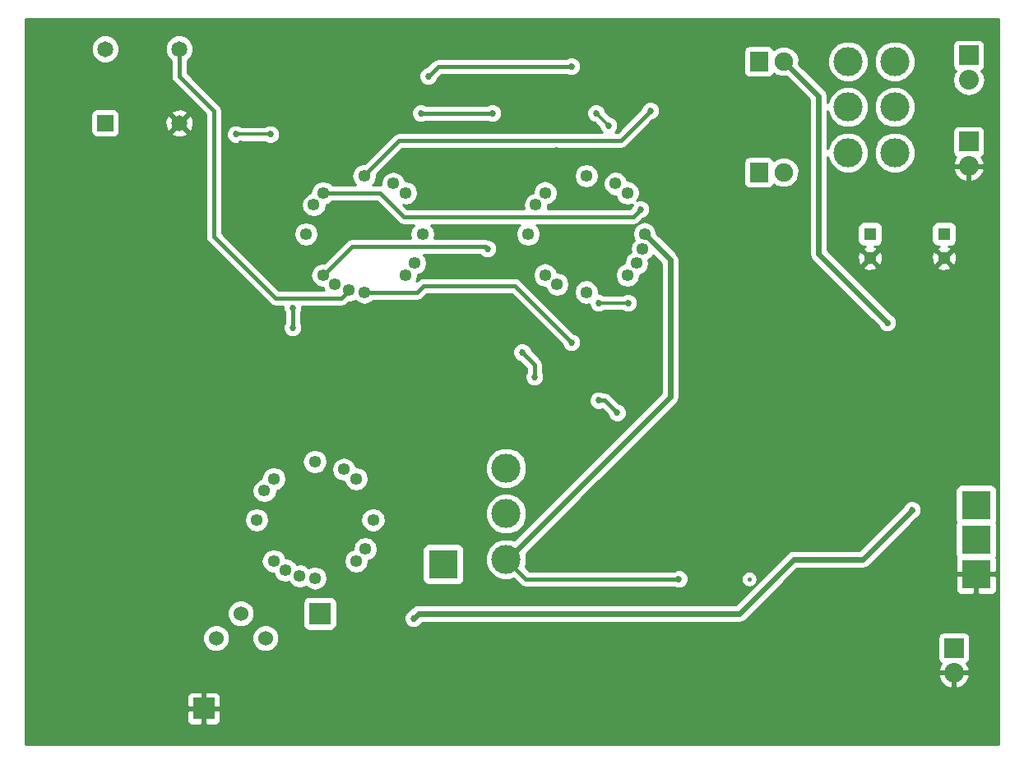
<source format=gbl>
G04 #@! TF.FileFunction,Copper,L2,Bot,Signal*
%FSLAX46Y46*%
G04 Gerber Fmt 4.6, Leading zero omitted, Abs format (unit mm)*
G04 Created by KiCad (PCBNEW 4.0.5) date Sunday, March 26, 2017 'PMt' 05:08:58 PM*
%MOMM*%
%LPD*%
G01*
G04 APERTURE LIST*
%ADD10C,0.100000*%
%ADD11C,1.524000*%
%ADD12R,3.000000X3.000000*%
%ADD13C,1.300000*%
%ADD14R,1.300000X1.300000*%
%ADD15R,2.235200X2.235200*%
%ADD16R,2.032000X2.032000*%
%ADD17O,2.032000X2.032000*%
%ADD18R,1.651000X1.651000*%
%ADD19C,1.651000*%
%ADD20R,1.900000X2.000000*%
%ADD21C,1.900000*%
%ADD22O,1.270000X1.270000*%
%ADD23C,3.000000*%
%ADD24C,0.685800*%
%ADD25C,0.355600*%
%ADD26C,0.457200*%
%ADD27C,0.406400*%
%ADD28C,0.609600*%
%ADD29C,0.254000*%
G04 APERTURE END LIST*
D10*
D11*
X91440000Y-150876000D03*
X88900000Y-148336000D03*
X86360000Y-150876000D03*
D12*
X164592000Y-140716000D03*
X164592000Y-137160000D03*
X164592000Y-144272000D03*
X109728000Y-143256000D03*
D13*
X161290000Y-111720000D03*
D14*
X161290000Y-109220000D03*
D15*
X85090000Y-158115000D03*
X97028000Y-148336000D03*
D16*
X162306000Y-151892000D03*
D17*
X162306000Y-154432000D03*
D18*
X74930000Y-97790000D03*
D19*
X74930000Y-90170000D03*
X82550000Y-90170000D03*
X82550000Y-97790000D03*
D20*
X142240000Y-102870000D03*
D21*
X144780000Y-102870000D03*
D20*
X142240000Y-91440000D03*
D21*
X144780000Y-91440000D03*
D13*
X153670000Y-111720000D03*
D14*
X153670000Y-109220000D03*
D16*
X163830000Y-99695000D03*
D17*
X163830000Y-102235000D03*
D16*
X163830000Y-90805000D03*
D17*
X163830000Y-93345000D03*
D22*
X94968536Y-144474145D03*
X93522800Y-143875302D03*
X92281320Y-142922680D03*
X90525600Y-138684000D03*
X91328698Y-135686800D03*
X92281320Y-134445320D03*
X96520000Y-132689600D03*
X99517199Y-133492698D03*
X100758680Y-134445320D03*
X102514400Y-138684000D03*
X101711302Y-141681199D03*
X100758680Y-142922680D03*
X96520000Y-144678400D03*
X100048536Y-115010145D03*
X98602800Y-114411302D03*
X97361320Y-113458680D03*
X95605600Y-109220000D03*
X96408698Y-106222800D03*
X97361320Y-104981320D03*
X101600000Y-103225600D03*
X104597199Y-104028698D03*
X105838680Y-104981320D03*
X107594400Y-109220000D03*
X106791302Y-112217199D03*
X105838680Y-113458680D03*
X101600000Y-115214400D03*
X130250145Y-110771464D03*
X129651302Y-112217200D03*
X128698680Y-113458680D03*
X124460000Y-115214400D03*
X121462800Y-114411302D03*
X120221320Y-113458680D03*
X118465600Y-109220000D03*
X119268698Y-106222801D03*
X120221320Y-104981320D03*
X124460000Y-103225600D03*
X127457199Y-104028698D03*
X128698680Y-104981320D03*
X130454400Y-109220000D03*
D23*
X151409400Y-100838000D03*
X156210000Y-100838000D03*
X151409400Y-96139000D03*
X156210000Y-96139000D03*
X151409400Y-91440000D03*
X156210000Y-91440000D03*
X116205000Y-142748000D03*
X116205000Y-138049000D03*
X116205000Y-133350000D03*
D24*
X125730000Y-116332000D03*
X128778000Y-116332000D03*
X110744000Y-150876000D03*
X127254000Y-142748000D03*
X111252000Y-125222000D03*
X136652000Y-103886000D03*
X134366000Y-88138000D03*
X123444000Y-88138000D03*
X133985000Y-111252000D03*
X131445000Y-113665000D03*
X137668000Y-96520000D03*
X137668000Y-92710000D03*
X132334000Y-99822000D03*
X122936000Y-93472000D03*
X121412000Y-100584000D03*
X135890000Y-118745000D03*
X102108000Y-88392000D03*
X112268000Y-115824000D03*
X125984000Y-123952000D03*
X86614000Y-117094000D03*
X84328000Y-110236000D03*
X117602000Y-95504000D03*
X117602000Y-89408000D03*
X112268000Y-101854000D03*
X117348000Y-102362000D03*
X115062000Y-105664000D03*
X90678000Y-106680000D03*
X98425000Y-99441000D03*
X88900000Y-99949000D03*
X88900000Y-88773000D03*
X85344000Y-93853000D03*
X119380000Y-121031000D03*
X124714000Y-129032000D03*
X132588000Y-131318000D03*
X78232000Y-112268000D03*
X146812000Y-100076000D03*
X154940000Y-129540000D03*
X151384000Y-133604000D03*
X163576000Y-133096000D03*
X165100000Y-130556000D03*
X103632000Y-144272000D03*
X149098000Y-156972000D03*
X148844000Y-146812000D03*
X160528000Y-116840000D03*
X148336000Y-116840000D03*
X69850000Y-97155000D03*
X117856000Y-121412000D03*
X119126000Y-123952000D03*
X94234000Y-116840000D03*
X94234000Y-118872000D03*
X125476000Y-96774000D03*
X126746000Y-98044000D03*
X127635000Y-127635000D03*
X125730000Y-126365000D03*
X88392000Y-98933000D03*
X91948000Y-98933000D03*
X157988000Y-137668000D03*
X106680000Y-148844000D03*
X155448000Y-118364000D03*
X114300000Y-110744000D03*
X107442000Y-96774000D03*
X114808000Y-96774000D03*
X108204000Y-92964000D03*
X122936000Y-91948000D03*
X130048000Y-106680000D03*
X131064000Y-96520000D03*
X122936000Y-120396000D03*
X133985000Y-144780000D03*
D25*
X125730000Y-116332000D02*
X128778000Y-116332000D01*
X122936000Y-93472000D02*
X122682000Y-93472000D01*
D26*
X117856000Y-121412000D02*
X119126000Y-122682000D01*
X119126000Y-122682000D02*
X119126000Y-123952000D01*
X94234000Y-116840000D02*
X94234000Y-118872000D01*
D25*
X125730000Y-126365000D02*
X126365000Y-126365000D01*
X126746000Y-98044000D02*
X125476000Y-96774000D01*
D27*
X125730000Y-126365000D02*
X126365000Y-126365000D01*
X126365000Y-126365000D02*
X127635000Y-127635000D01*
D25*
X91948000Y-98933000D02*
X88392000Y-98933000D01*
D28*
X111760000Y-148336000D02*
X107188000Y-148336000D01*
X145796000Y-142748000D02*
X140208000Y-148336000D01*
X152908000Y-142748000D02*
X145796000Y-142748000D01*
X157988000Y-137668000D02*
X152908000Y-142748000D01*
X140208000Y-148336000D02*
X111760000Y-148336000D01*
X107188000Y-148336000D02*
X106680000Y-148844000D01*
X148336000Y-94996000D02*
X144780000Y-91440000D01*
X148336000Y-111252000D02*
X148336000Y-94996000D01*
X155448000Y-118364000D02*
X148336000Y-111252000D01*
D26*
X82550000Y-90170000D02*
X82550000Y-92964000D01*
X82550000Y-92964000D02*
X86106000Y-96520000D01*
X86106000Y-96520000D02*
X86106000Y-109474000D01*
X86106000Y-109474000D02*
X92456000Y-115824000D01*
X92456000Y-115824000D02*
X99234681Y-115824000D01*
X99234681Y-115824000D02*
X100048536Y-115010145D01*
D27*
X97361320Y-113458680D02*
X100330000Y-110490000D01*
X100330000Y-110490000D02*
X114046000Y-110490000D01*
X114046000Y-110490000D02*
X114300000Y-110744000D01*
X114808000Y-96774000D02*
X107442000Y-96774000D01*
X122936000Y-91948000D02*
X109220000Y-91948000D01*
X109220000Y-91948000D02*
X108204000Y-92964000D01*
X97361320Y-104981320D02*
X103203320Y-104981320D01*
X103203320Y-104981320D02*
X105664000Y-107442000D01*
X105664000Y-107442000D02*
X129286000Y-107442000D01*
X129286000Y-107442000D02*
X130048000Y-106680000D01*
X101600000Y-103225600D02*
X101600000Y-103124000D01*
X101600000Y-103124000D02*
X105156000Y-99568000D01*
X105156000Y-99568000D02*
X128016000Y-99568000D01*
X128016000Y-99568000D02*
X131064000Y-96520000D01*
X101600000Y-103225600D02*
X101600000Y-103124000D01*
D26*
X101600000Y-115214400D02*
X107035600Y-115214400D01*
X107035600Y-115214400D02*
X107696000Y-114554000D01*
X107696000Y-114554000D02*
X117094000Y-114554000D01*
X117094000Y-114554000D02*
X122936000Y-120396000D01*
X133985000Y-144780000D02*
X118237000Y-144780000D01*
X118237000Y-144780000D02*
X116205000Y-142748000D01*
X133985000Y-144780000D02*
X133921500Y-144716500D01*
X141224000Y-144780000D02*
X141224000Y-144780000D01*
D28*
X116205000Y-142748000D02*
X116332000Y-142748000D01*
X116332000Y-142748000D02*
X133096000Y-125984000D01*
X133096000Y-111861600D02*
X130454400Y-109220000D01*
X133096000Y-125984000D02*
X133096000Y-111861600D01*
D29*
G36*
X166930000Y-161850000D02*
X66750000Y-161850000D01*
X66750000Y-158400750D01*
X83337400Y-158400750D01*
X83337400Y-159358910D01*
X83434073Y-159592299D01*
X83612702Y-159770927D01*
X83846091Y-159867600D01*
X84804250Y-159867600D01*
X84963000Y-159708850D01*
X84963000Y-158242000D01*
X85217000Y-158242000D01*
X85217000Y-159708850D01*
X85375750Y-159867600D01*
X86333909Y-159867600D01*
X86567298Y-159770927D01*
X86745927Y-159592299D01*
X86842600Y-159358910D01*
X86842600Y-158400750D01*
X86683850Y-158242000D01*
X85217000Y-158242000D01*
X84963000Y-158242000D01*
X83496150Y-158242000D01*
X83337400Y-158400750D01*
X66750000Y-158400750D01*
X66750000Y-156871090D01*
X83337400Y-156871090D01*
X83337400Y-157829250D01*
X83496150Y-157988000D01*
X84963000Y-157988000D01*
X84963000Y-156521150D01*
X85217000Y-156521150D01*
X85217000Y-157988000D01*
X86683850Y-157988000D01*
X86842600Y-157829250D01*
X86842600Y-156871090D01*
X86745927Y-156637701D01*
X86567298Y-156459073D01*
X86333909Y-156362400D01*
X85375750Y-156362400D01*
X85217000Y-156521150D01*
X84963000Y-156521150D01*
X84804250Y-156362400D01*
X83846091Y-156362400D01*
X83612702Y-156459073D01*
X83434073Y-156637701D01*
X83337400Y-156871090D01*
X66750000Y-156871090D01*
X66750000Y-154814944D01*
X160700025Y-154814944D01*
X160899615Y-155296818D01*
X161337621Y-155769188D01*
X161923054Y-156037983D01*
X162179000Y-155919367D01*
X162179000Y-154559000D01*
X162433000Y-154559000D01*
X162433000Y-155919367D01*
X162688946Y-156037983D01*
X163274379Y-155769188D01*
X163712385Y-155296818D01*
X163911975Y-154814944D01*
X163792836Y-154559000D01*
X162433000Y-154559000D01*
X162179000Y-154559000D01*
X160819164Y-154559000D01*
X160700025Y-154814944D01*
X66750000Y-154814944D01*
X66750000Y-151152661D01*
X84962758Y-151152661D01*
X85174990Y-151666303D01*
X85567630Y-152059629D01*
X86080900Y-152272757D01*
X86636661Y-152273242D01*
X87150303Y-152061010D01*
X87543629Y-151668370D01*
X87756757Y-151155100D01*
X87756759Y-151152661D01*
X90042758Y-151152661D01*
X90254990Y-151666303D01*
X90647630Y-152059629D01*
X91160900Y-152272757D01*
X91716661Y-152273242D01*
X92230303Y-152061010D01*
X92623629Y-151668370D01*
X92836757Y-151155100D01*
X92837000Y-150876000D01*
X160642560Y-150876000D01*
X160642560Y-152908000D01*
X160686838Y-153143317D01*
X160825910Y-153359441D01*
X160988948Y-153470840D01*
X160899615Y-153567182D01*
X160700025Y-154049056D01*
X160819164Y-154305000D01*
X162179000Y-154305000D01*
X162179000Y-154285000D01*
X162433000Y-154285000D01*
X162433000Y-154305000D01*
X163792836Y-154305000D01*
X163911975Y-154049056D01*
X163712385Y-153567182D01*
X163621903Y-153469602D01*
X163773441Y-153372090D01*
X163918431Y-153159890D01*
X163969440Y-152908000D01*
X163969440Y-150876000D01*
X163925162Y-150640683D01*
X163786090Y-150424559D01*
X163573890Y-150279569D01*
X163322000Y-150228560D01*
X161290000Y-150228560D01*
X161054683Y-150272838D01*
X160838559Y-150411910D01*
X160693569Y-150624110D01*
X160642560Y-150876000D01*
X92837000Y-150876000D01*
X92837242Y-150599339D01*
X92625010Y-150085697D01*
X92232370Y-149692371D01*
X91719100Y-149479243D01*
X91163339Y-149478758D01*
X90649697Y-149690990D01*
X90256371Y-150083630D01*
X90043243Y-150596900D01*
X90042758Y-151152661D01*
X87756759Y-151152661D01*
X87757242Y-150599339D01*
X87545010Y-150085697D01*
X87152370Y-149692371D01*
X86639100Y-149479243D01*
X86083339Y-149478758D01*
X85569697Y-149690990D01*
X85176371Y-150083630D01*
X84963243Y-150596900D01*
X84962758Y-151152661D01*
X66750000Y-151152661D01*
X66750000Y-148612661D01*
X87502758Y-148612661D01*
X87714990Y-149126303D01*
X88107630Y-149519629D01*
X88620900Y-149732757D01*
X89176661Y-149733242D01*
X89690303Y-149521010D01*
X90083629Y-149128370D01*
X90296757Y-148615100D01*
X90297242Y-148059339D01*
X90085010Y-147545697D01*
X89758284Y-147218400D01*
X95262960Y-147218400D01*
X95262960Y-149453600D01*
X95307238Y-149688917D01*
X95446310Y-149905041D01*
X95658510Y-150050031D01*
X95910400Y-150101040D01*
X98145600Y-150101040D01*
X98380917Y-150056762D01*
X98597041Y-149917690D01*
X98742031Y-149705490D01*
X98793040Y-149453600D01*
X98793040Y-149037663D01*
X105701931Y-149037663D01*
X105850493Y-149397212D01*
X106125341Y-149672540D01*
X106484630Y-149821730D01*
X106873663Y-149822069D01*
X107233212Y-149673507D01*
X107508540Y-149398659D01*
X107546971Y-149306107D01*
X107577278Y-149275800D01*
X140208000Y-149275800D01*
X140567646Y-149204262D01*
X140872539Y-149000539D01*
X145315328Y-144557750D01*
X162457000Y-144557750D01*
X162457000Y-145898310D01*
X162553673Y-146131699D01*
X162732302Y-146310327D01*
X162965691Y-146407000D01*
X164306250Y-146407000D01*
X164465000Y-146248250D01*
X164465000Y-144399000D01*
X164719000Y-144399000D01*
X164719000Y-146248250D01*
X164877750Y-146407000D01*
X166218309Y-146407000D01*
X166451698Y-146310327D01*
X166630327Y-146131699D01*
X166727000Y-145898310D01*
X166727000Y-144557750D01*
X166568250Y-144399000D01*
X164719000Y-144399000D01*
X164465000Y-144399000D01*
X162615750Y-144399000D01*
X162457000Y-144557750D01*
X145315328Y-144557750D01*
X146185278Y-143687800D01*
X152908000Y-143687800D01*
X153267646Y-143616262D01*
X153572539Y-143412539D01*
X158449801Y-138535277D01*
X158541212Y-138497507D01*
X158816540Y-138222659D01*
X158965730Y-137863370D01*
X158966069Y-137474337D01*
X158817507Y-137114788D01*
X158542659Y-136839460D01*
X158183370Y-136690270D01*
X157794337Y-136689931D01*
X157434788Y-136838493D01*
X157159460Y-137113341D01*
X157121029Y-137205893D01*
X152518722Y-141808200D01*
X145796000Y-141808200D01*
X145436354Y-141879738D01*
X145131461Y-142083461D01*
X141855583Y-145359339D01*
X142021862Y-145110485D01*
X142087600Y-144780000D01*
X142021862Y-144449515D01*
X141834657Y-144169343D01*
X141554485Y-143982138D01*
X141224000Y-143916400D01*
X140893515Y-143982138D01*
X140613343Y-144169343D01*
X140426138Y-144449515D01*
X140360400Y-144780000D01*
X140426138Y-145110485D01*
X140613343Y-145390657D01*
X140893515Y-145577862D01*
X141224000Y-145643600D01*
X141554485Y-145577862D01*
X141803339Y-145411583D01*
X139818722Y-147396200D01*
X107188000Y-147396200D01*
X106828354Y-147467738D01*
X106523461Y-147671461D01*
X106218199Y-147976723D01*
X106126788Y-148014493D01*
X105851460Y-148289341D01*
X105702270Y-148648630D01*
X105701931Y-149037663D01*
X98793040Y-149037663D01*
X98793040Y-147218400D01*
X98748762Y-146983083D01*
X98609690Y-146766959D01*
X98397490Y-146621969D01*
X98145600Y-146570960D01*
X95910400Y-146570960D01*
X95675083Y-146615238D01*
X95458959Y-146754310D01*
X95313969Y-146966510D01*
X95262960Y-147218400D01*
X89758284Y-147218400D01*
X89692370Y-147152371D01*
X89179100Y-146939243D01*
X88623339Y-146938758D01*
X88109697Y-147150990D01*
X87716371Y-147543630D01*
X87503243Y-148056900D01*
X87502758Y-148612661D01*
X66750000Y-148612661D01*
X66750000Y-142922680D01*
X90986439Y-142922680D01*
X91083112Y-143408688D01*
X91358413Y-143820706D01*
X91770431Y-144096007D01*
X92256439Y-144192680D01*
X92291049Y-144192680D01*
X92324592Y-144361310D01*
X92599893Y-144773328D01*
X93011911Y-145048629D01*
X93497919Y-145145302D01*
X93547681Y-145145302D01*
X93853407Y-145084489D01*
X94045629Y-145372171D01*
X94457647Y-145647472D01*
X94943655Y-145744145D01*
X94993417Y-145744145D01*
X95479425Y-145647472D01*
X95593593Y-145571188D01*
X95597093Y-145576426D01*
X96009111Y-145851727D01*
X96495119Y-145948400D01*
X96544881Y-145948400D01*
X97030889Y-145851727D01*
X97442907Y-145576426D01*
X97718208Y-145164408D01*
X97814881Y-144678400D01*
X97718208Y-144192392D01*
X97442907Y-143780374D01*
X97030889Y-143505073D01*
X96544881Y-143408400D01*
X96495119Y-143408400D01*
X96009111Y-143505073D01*
X95894943Y-143581357D01*
X95891443Y-143576119D01*
X95479425Y-143300818D01*
X94993417Y-143204145D01*
X94943655Y-143204145D01*
X94637929Y-143264958D01*
X94445707Y-142977276D01*
X94363999Y-142922680D01*
X99463799Y-142922680D01*
X99560472Y-143408688D01*
X99835773Y-143820706D01*
X100247791Y-144096007D01*
X100733799Y-144192680D01*
X100783561Y-144192680D01*
X101269569Y-144096007D01*
X101681587Y-143820706D01*
X101956888Y-143408688D01*
X102053561Y-142922680D01*
X102046938Y-142889386D01*
X102222191Y-142854526D01*
X102634209Y-142579225D01*
X102909510Y-142167207D01*
X102991304Y-141756000D01*
X107580560Y-141756000D01*
X107580560Y-144756000D01*
X107624838Y-144991317D01*
X107763910Y-145207441D01*
X107976110Y-145352431D01*
X108228000Y-145403440D01*
X111228000Y-145403440D01*
X111463317Y-145359162D01*
X111679441Y-145220090D01*
X111824431Y-145007890D01*
X111875440Y-144756000D01*
X111875440Y-143170815D01*
X114069630Y-143170815D01*
X114393980Y-143955800D01*
X114994041Y-144556909D01*
X115778459Y-144882628D01*
X116627815Y-144883370D01*
X116975426Y-144739740D01*
X117626343Y-145390657D01*
X117906515Y-145577862D01*
X118237000Y-145643600D01*
X133514775Y-145643600D01*
X133789630Y-145757730D01*
X134178663Y-145758069D01*
X134538212Y-145609507D01*
X134813540Y-145334659D01*
X134962730Y-144975370D01*
X134963069Y-144586337D01*
X134814507Y-144226788D01*
X134539659Y-143951460D01*
X134180370Y-143802270D01*
X133791337Y-143801931D01*
X133514300Y-143916400D01*
X118594714Y-143916400D01*
X118196807Y-143518493D01*
X118339628Y-143174541D01*
X118340370Y-142325185D01*
X118265381Y-142143697D01*
X124749078Y-135660000D01*
X162444560Y-135660000D01*
X162444560Y-138660000D01*
X162488838Y-138895317D01*
X162514900Y-138935818D01*
X162495569Y-138964110D01*
X162444560Y-139216000D01*
X162444560Y-142216000D01*
X162488838Y-142451317D01*
X162518450Y-142497336D01*
X162457000Y-142645690D01*
X162457000Y-143986250D01*
X162615750Y-144145000D01*
X164465000Y-144145000D01*
X164465000Y-144125000D01*
X164719000Y-144125000D01*
X164719000Y-144145000D01*
X166568250Y-144145000D01*
X166727000Y-143986250D01*
X166727000Y-142645690D01*
X166666592Y-142499852D01*
X166688431Y-142467890D01*
X166739440Y-142216000D01*
X166739440Y-139216000D01*
X166695162Y-138980683D01*
X166669100Y-138940182D01*
X166688431Y-138911890D01*
X166739440Y-138660000D01*
X166739440Y-135660000D01*
X166695162Y-135424683D01*
X166556090Y-135208559D01*
X166343890Y-135063569D01*
X166092000Y-135012560D01*
X163092000Y-135012560D01*
X162856683Y-135056838D01*
X162640559Y-135195910D01*
X162495569Y-135408110D01*
X162444560Y-135660000D01*
X124749078Y-135660000D01*
X133760539Y-126648539D01*
X133964262Y-126343646D01*
X134035800Y-125984000D01*
X134035800Y-111861600D01*
X133964262Y-111501954D01*
X133760539Y-111197061D01*
X131715909Y-109152431D01*
X131627727Y-108709111D01*
X131352426Y-108297093D01*
X130940408Y-108021792D01*
X130454400Y-107925119D01*
X129968392Y-108021792D01*
X129556374Y-108297093D01*
X129281073Y-108709111D01*
X129184400Y-109195119D01*
X129184400Y-109244881D01*
X129281073Y-109730889D01*
X129357357Y-109845057D01*
X129352119Y-109848557D01*
X129076818Y-110260575D01*
X128980145Y-110746583D01*
X128980145Y-110796345D01*
X129040958Y-111102071D01*
X128753276Y-111294293D01*
X128477975Y-111706311D01*
X128381302Y-112192319D01*
X128381302Y-112226929D01*
X128212672Y-112260472D01*
X127800654Y-112535773D01*
X127525353Y-112947791D01*
X127428680Y-113433799D01*
X127428680Y-113483561D01*
X127525353Y-113969569D01*
X127800654Y-114381587D01*
X128212672Y-114656888D01*
X128698680Y-114753561D01*
X129184688Y-114656888D01*
X129596706Y-114381587D01*
X129872007Y-113969569D01*
X129968680Y-113483561D01*
X129968680Y-113448951D01*
X130137310Y-113415408D01*
X130549328Y-113140107D01*
X130824629Y-112728089D01*
X130921302Y-112242081D01*
X130921302Y-112192319D01*
X130860489Y-111886593D01*
X131148171Y-111694371D01*
X131329025Y-111423703D01*
X132156200Y-112250878D01*
X132156200Y-125594722D01*
X116989085Y-140761837D01*
X116631541Y-140613372D01*
X115782185Y-140612630D01*
X114997200Y-140936980D01*
X114396091Y-141537041D01*
X114070372Y-142321459D01*
X114069630Y-143170815D01*
X111875440Y-143170815D01*
X111875440Y-141756000D01*
X111831162Y-141520683D01*
X111692090Y-141304559D01*
X111479890Y-141159569D01*
X111228000Y-141108560D01*
X108228000Y-141108560D01*
X107992683Y-141152838D01*
X107776559Y-141291910D01*
X107631569Y-141504110D01*
X107580560Y-141756000D01*
X102991304Y-141756000D01*
X103006183Y-141681199D01*
X102909510Y-141195191D01*
X102634209Y-140783173D01*
X102222191Y-140507872D01*
X101736183Y-140411199D01*
X101686421Y-140411199D01*
X101200413Y-140507872D01*
X100788395Y-140783173D01*
X100513094Y-141195191D01*
X100416421Y-141681199D01*
X100423044Y-141714493D01*
X100247791Y-141749353D01*
X99835773Y-142024654D01*
X99560472Y-142436672D01*
X99463799Y-142922680D01*
X94363999Y-142922680D01*
X94033689Y-142701975D01*
X93547681Y-142605302D01*
X93513071Y-142605302D01*
X93479528Y-142436672D01*
X93204227Y-142024654D01*
X92792209Y-141749353D01*
X92306201Y-141652680D01*
X92256439Y-141652680D01*
X91770431Y-141749353D01*
X91358413Y-142024654D01*
X91083112Y-142436672D01*
X90986439Y-142922680D01*
X66750000Y-142922680D01*
X66750000Y-138684000D01*
X89230719Y-138684000D01*
X89327392Y-139170008D01*
X89602693Y-139582026D01*
X90014711Y-139857327D01*
X90500719Y-139954000D01*
X90550481Y-139954000D01*
X91036489Y-139857327D01*
X91448507Y-139582026D01*
X91723808Y-139170008D01*
X91820481Y-138684000D01*
X101219519Y-138684000D01*
X101316192Y-139170008D01*
X101591493Y-139582026D01*
X102003511Y-139857327D01*
X102489519Y-139954000D01*
X102539281Y-139954000D01*
X103025289Y-139857327D01*
X103437307Y-139582026D01*
X103712608Y-139170008D01*
X103809281Y-138684000D01*
X103767075Y-138471815D01*
X114069630Y-138471815D01*
X114393980Y-139256800D01*
X114994041Y-139857909D01*
X115778459Y-140183628D01*
X116627815Y-140184370D01*
X117412800Y-139860020D01*
X118013909Y-139259959D01*
X118339628Y-138475541D01*
X118340370Y-137626185D01*
X118016020Y-136841200D01*
X117415959Y-136240091D01*
X116631541Y-135914372D01*
X115782185Y-135913630D01*
X114997200Y-136237980D01*
X114396091Y-136838041D01*
X114070372Y-137622459D01*
X114069630Y-138471815D01*
X103767075Y-138471815D01*
X103712608Y-138197992D01*
X103437307Y-137785974D01*
X103025289Y-137510673D01*
X102539281Y-137414000D01*
X102489519Y-137414000D01*
X102003511Y-137510673D01*
X101591493Y-137785974D01*
X101316192Y-138197992D01*
X101219519Y-138684000D01*
X91820481Y-138684000D01*
X91723808Y-138197992D01*
X91448507Y-137785974D01*
X91036489Y-137510673D01*
X90550481Y-137414000D01*
X90500719Y-137414000D01*
X90014711Y-137510673D01*
X89602693Y-137785974D01*
X89327392Y-138197992D01*
X89230719Y-138684000D01*
X66750000Y-138684000D01*
X66750000Y-135686800D01*
X90033817Y-135686800D01*
X90130490Y-136172808D01*
X90405791Y-136584826D01*
X90817809Y-136860127D01*
X91303817Y-136956800D01*
X91353579Y-136956800D01*
X91839587Y-136860127D01*
X92251605Y-136584826D01*
X92526906Y-136172808D01*
X92623579Y-135686800D01*
X92616957Y-135653507D01*
X92792209Y-135618647D01*
X93204227Y-135343346D01*
X93479528Y-134931328D01*
X93576201Y-134445320D01*
X93479528Y-133959312D01*
X93204227Y-133547294D01*
X92792209Y-133271993D01*
X92306201Y-133175320D01*
X92256439Y-133175320D01*
X91770431Y-133271993D01*
X91358413Y-133547294D01*
X91083112Y-133959312D01*
X90986439Y-134445320D01*
X90993061Y-134478613D01*
X90817809Y-134513473D01*
X90405791Y-134788774D01*
X90130490Y-135200792D01*
X90033817Y-135686800D01*
X66750000Y-135686800D01*
X66750000Y-132689600D01*
X95225119Y-132689600D01*
X95321792Y-133175608D01*
X95597093Y-133587626D01*
X96009111Y-133862927D01*
X96495119Y-133959600D01*
X96544881Y-133959600D01*
X97030889Y-133862927D01*
X97442907Y-133587626D01*
X97506335Y-133492698D01*
X98222318Y-133492698D01*
X98318991Y-133978706D01*
X98594292Y-134390724D01*
X99006310Y-134666025D01*
X99492318Y-134762698D01*
X99526929Y-134762698D01*
X99560472Y-134931328D01*
X99835773Y-135343346D01*
X100247791Y-135618647D01*
X100733799Y-135715320D01*
X100783561Y-135715320D01*
X101269569Y-135618647D01*
X101681587Y-135343346D01*
X101956888Y-134931328D01*
X102053561Y-134445320D01*
X101956888Y-133959312D01*
X101832275Y-133772815D01*
X114069630Y-133772815D01*
X114393980Y-134557800D01*
X114994041Y-135158909D01*
X115778459Y-135484628D01*
X116627815Y-135485370D01*
X117412800Y-135161020D01*
X118013909Y-134560959D01*
X118339628Y-133776541D01*
X118340370Y-132927185D01*
X118016020Y-132142200D01*
X117415959Y-131541091D01*
X116631541Y-131215372D01*
X115782185Y-131214630D01*
X114997200Y-131538980D01*
X114396091Y-132139041D01*
X114070372Y-132923459D01*
X114069630Y-133772815D01*
X101832275Y-133772815D01*
X101681587Y-133547294D01*
X101269569Y-133271993D01*
X100783561Y-133175320D01*
X100748950Y-133175320D01*
X100715407Y-133006690D01*
X100440106Y-132594672D01*
X100028088Y-132319371D01*
X99542080Y-132222698D01*
X99492318Y-132222698D01*
X99006310Y-132319371D01*
X98594292Y-132594672D01*
X98318991Y-133006690D01*
X98222318Y-133492698D01*
X97506335Y-133492698D01*
X97718208Y-133175608D01*
X97814881Y-132689600D01*
X97718208Y-132203592D01*
X97442907Y-131791574D01*
X97030889Y-131516273D01*
X96544881Y-131419600D01*
X96495119Y-131419600D01*
X96009111Y-131516273D01*
X95597093Y-131791574D01*
X95321792Y-132203592D01*
X95225119Y-132689600D01*
X66750000Y-132689600D01*
X66750000Y-126558663D01*
X124751931Y-126558663D01*
X124900493Y-126918212D01*
X125175341Y-127193540D01*
X125534630Y-127342730D01*
X125923663Y-127343069D01*
X126089254Y-127274648D01*
X126666551Y-127851945D01*
X126805493Y-128188212D01*
X127080341Y-128463540D01*
X127439630Y-128612730D01*
X127828663Y-128613069D01*
X128188212Y-128464507D01*
X128463540Y-128189659D01*
X128612730Y-127830370D01*
X128613069Y-127441337D01*
X128464507Y-127081788D01*
X128189659Y-126806460D01*
X127851394Y-126666000D01*
X126957697Y-125772303D01*
X126685766Y-125590604D01*
X126365000Y-125526800D01*
X126261395Y-125526800D01*
X125925370Y-125387270D01*
X125536337Y-125386931D01*
X125176788Y-125535493D01*
X124901460Y-125810341D01*
X124752270Y-126169630D01*
X124751931Y-126558663D01*
X66750000Y-126558663D01*
X66750000Y-121605663D01*
X116877931Y-121605663D01*
X117026493Y-121965212D01*
X117301341Y-122240540D01*
X117578179Y-122355493D01*
X118262400Y-123039715D01*
X118262400Y-123481775D01*
X118148270Y-123756630D01*
X118147931Y-124145663D01*
X118296493Y-124505212D01*
X118571341Y-124780540D01*
X118930630Y-124929730D01*
X119319663Y-124930069D01*
X119679212Y-124781507D01*
X119954540Y-124506659D01*
X120103730Y-124147370D01*
X120104069Y-123758337D01*
X119989600Y-123481300D01*
X119989600Y-122682000D01*
X119931531Y-122390069D01*
X119923862Y-122351514D01*
X119736657Y-122071342D01*
X118799157Y-121133842D01*
X118685507Y-120858788D01*
X118410659Y-120583460D01*
X118051370Y-120434270D01*
X117662337Y-120433931D01*
X117302788Y-120582493D01*
X117027460Y-120857341D01*
X116878270Y-121216630D01*
X116877931Y-121605663D01*
X66750000Y-121605663D01*
X66750000Y-96964500D01*
X73457060Y-96964500D01*
X73457060Y-98615500D01*
X73501338Y-98850817D01*
X73640410Y-99066941D01*
X73852610Y-99211931D01*
X74104500Y-99262940D01*
X75755500Y-99262940D01*
X75990817Y-99218662D01*
X76206941Y-99079590D01*
X76351931Y-98867390D01*
X76362294Y-98816215D01*
X81703390Y-98816215D01*
X81780656Y-99064976D01*
X82327131Y-99262340D01*
X82907535Y-99235553D01*
X83319344Y-99064976D01*
X83396610Y-98816215D01*
X82550000Y-97969605D01*
X81703390Y-98816215D01*
X76362294Y-98816215D01*
X76402940Y-98615500D01*
X76402940Y-97567131D01*
X81077660Y-97567131D01*
X81104447Y-98147535D01*
X81275024Y-98559344D01*
X81523785Y-98636610D01*
X82370395Y-97790000D01*
X82729605Y-97790000D01*
X83576215Y-98636610D01*
X83824976Y-98559344D01*
X84022340Y-98012869D01*
X83995553Y-97432465D01*
X83824976Y-97020656D01*
X83576215Y-96943390D01*
X82729605Y-97790000D01*
X82370395Y-97790000D01*
X81523785Y-96943390D01*
X81275024Y-97020656D01*
X81077660Y-97567131D01*
X76402940Y-97567131D01*
X76402940Y-96964500D01*
X76365173Y-96763785D01*
X81703390Y-96763785D01*
X82550000Y-97610395D01*
X83396610Y-96763785D01*
X83319344Y-96515024D01*
X82772869Y-96317660D01*
X82192465Y-96344447D01*
X81780656Y-96515024D01*
X81703390Y-96763785D01*
X76365173Y-96763785D01*
X76358662Y-96729183D01*
X76219590Y-96513059D01*
X76007390Y-96368069D01*
X75755500Y-96317060D01*
X74104500Y-96317060D01*
X73869183Y-96361338D01*
X73653059Y-96500410D01*
X73508069Y-96712610D01*
X73457060Y-96964500D01*
X66750000Y-96964500D01*
X66750000Y-90459237D01*
X73469247Y-90459237D01*
X73691126Y-90996226D01*
X74101613Y-91407430D01*
X74638214Y-91630246D01*
X75219237Y-91630753D01*
X75756226Y-91408874D01*
X76167430Y-90998387D01*
X76390246Y-90461786D01*
X76390248Y-90459237D01*
X81089247Y-90459237D01*
X81311126Y-90996226D01*
X81686400Y-91372155D01*
X81686400Y-92964000D01*
X81725262Y-93159370D01*
X81752138Y-93294485D01*
X81939343Y-93574657D01*
X85242400Y-96877715D01*
X85242400Y-109474000D01*
X85293499Y-109730889D01*
X85308138Y-109804485D01*
X85495343Y-110084657D01*
X91845342Y-116434657D01*
X92125514Y-116621862D01*
X92180345Y-116632769D01*
X92456000Y-116687600D01*
X93256233Y-116687600D01*
X93255931Y-117033663D01*
X93370400Y-117310700D01*
X93370400Y-118401775D01*
X93256270Y-118676630D01*
X93255931Y-119065663D01*
X93404493Y-119425212D01*
X93679341Y-119700540D01*
X94038630Y-119849730D01*
X94427663Y-119850069D01*
X94787212Y-119701507D01*
X95062540Y-119426659D01*
X95211730Y-119067370D01*
X95212069Y-118678337D01*
X95097600Y-118401300D01*
X95097600Y-117310225D01*
X95211730Y-117035370D01*
X95212033Y-116687600D01*
X99234681Y-116687600D01*
X99565166Y-116621862D01*
X99845338Y-116434657D01*
X100003800Y-116276196D01*
X100023655Y-116280145D01*
X100073417Y-116280145D01*
X100559425Y-116183472D01*
X100673593Y-116107188D01*
X100677093Y-116112426D01*
X101089111Y-116387727D01*
X101575119Y-116484400D01*
X101624881Y-116484400D01*
X102110889Y-116387727D01*
X102522907Y-116112426D01*
X102545910Y-116078000D01*
X107035600Y-116078000D01*
X107366085Y-116012262D01*
X107646257Y-115825057D01*
X108053715Y-115417600D01*
X116736286Y-115417600D01*
X121992844Y-120674159D01*
X122106493Y-120949212D01*
X122381341Y-121224540D01*
X122740630Y-121373730D01*
X123129663Y-121374069D01*
X123489212Y-121225507D01*
X123764540Y-120950659D01*
X123913730Y-120591370D01*
X123914069Y-120202337D01*
X123765507Y-119842788D01*
X123490659Y-119567460D01*
X123213822Y-119452507D01*
X117704657Y-113943343D01*
X117424485Y-113756138D01*
X117094000Y-113690400D01*
X107696000Y-113690400D01*
X107365515Y-113756138D01*
X107085343Y-113943342D01*
X106942026Y-114086659D01*
X107036888Y-113944688D01*
X107133561Y-113458680D01*
X107128612Y-113433799D01*
X118951320Y-113433799D01*
X118951320Y-113483561D01*
X119047993Y-113969569D01*
X119323294Y-114381587D01*
X119735312Y-114656888D01*
X120221320Y-114753561D01*
X120254613Y-114746939D01*
X120289473Y-114922191D01*
X120564774Y-115334209D01*
X120976792Y-115609510D01*
X121462800Y-115706183D01*
X121948808Y-115609510D01*
X122360826Y-115334209D01*
X122457504Y-115189519D01*
X123190000Y-115189519D01*
X123190000Y-115239281D01*
X123286673Y-115725289D01*
X123561974Y-116137307D01*
X123973992Y-116412608D01*
X124460000Y-116509281D01*
X124751996Y-116451199D01*
X124751931Y-116525663D01*
X124900493Y-116885212D01*
X125175341Y-117160540D01*
X125534630Y-117309730D01*
X125923663Y-117310069D01*
X126283212Y-117161507D01*
X126299948Y-117144800D01*
X128207628Y-117144800D01*
X128223341Y-117160540D01*
X128582630Y-117309730D01*
X128971663Y-117310069D01*
X129331212Y-117161507D01*
X129606540Y-116886659D01*
X129755730Y-116527370D01*
X129756069Y-116138337D01*
X129607507Y-115778788D01*
X129332659Y-115503460D01*
X128973370Y-115354270D01*
X128584337Y-115353931D01*
X128224788Y-115502493D01*
X128208052Y-115519200D01*
X126300372Y-115519200D01*
X126284659Y-115503460D01*
X125925370Y-115354270D01*
X125707165Y-115354080D01*
X125730000Y-115239281D01*
X125730000Y-115189519D01*
X125633327Y-114703511D01*
X125358026Y-114291493D01*
X124946008Y-114016192D01*
X124460000Y-113919519D01*
X123973992Y-114016192D01*
X123561974Y-114291493D01*
X123286673Y-114703511D01*
X123190000Y-115189519D01*
X122457504Y-115189519D01*
X122636127Y-114922191D01*
X122732800Y-114436183D01*
X122732800Y-114386421D01*
X122636127Y-113900413D01*
X122360826Y-113488395D01*
X121948808Y-113213094D01*
X121462800Y-113116421D01*
X121429507Y-113123043D01*
X121394647Y-112947791D01*
X121119346Y-112535773D01*
X120707328Y-112260472D01*
X120221320Y-112163799D01*
X119735312Y-112260472D01*
X119323294Y-112535773D01*
X119047993Y-112947791D01*
X118951320Y-113433799D01*
X107128612Y-113433799D01*
X107126938Y-113425386D01*
X107302191Y-113390526D01*
X107714209Y-113115225D01*
X107989510Y-112703207D01*
X108086183Y-112217199D01*
X107989510Y-111731191D01*
X107720241Y-111328200D01*
X113501427Y-111328200D01*
X113745341Y-111572540D01*
X114104630Y-111721730D01*
X114493663Y-111722069D01*
X114853212Y-111573507D01*
X115128540Y-111298659D01*
X115277730Y-110939370D01*
X115278069Y-110550337D01*
X115129507Y-110190788D01*
X114854659Y-109915460D01*
X114495370Y-109766270D01*
X114442524Y-109766224D01*
X114366766Y-109715604D01*
X114046000Y-109651800D01*
X108803391Y-109651800D01*
X108889281Y-109220000D01*
X108792608Y-108733992D01*
X108517307Y-108321974D01*
X108454788Y-108280200D01*
X117592856Y-108280200D01*
X117567574Y-108297093D01*
X117292273Y-108709111D01*
X117195600Y-109195119D01*
X117195600Y-109244881D01*
X117292273Y-109730889D01*
X117567574Y-110142907D01*
X117979592Y-110418208D01*
X118465600Y-110514881D01*
X118951608Y-110418208D01*
X119363626Y-110142907D01*
X119638927Y-109730889D01*
X119735600Y-109244881D01*
X119735600Y-109195119D01*
X119638927Y-108709111D01*
X119363626Y-108297093D01*
X119338344Y-108280200D01*
X129286000Y-108280200D01*
X129606766Y-108216396D01*
X129878697Y-108034697D01*
X130264945Y-107648449D01*
X130601212Y-107509507D01*
X130876540Y-107234659D01*
X131025730Y-106875370D01*
X131026069Y-106486337D01*
X130877507Y-106126788D01*
X130602659Y-105851460D01*
X130243370Y-105702270D01*
X129854337Y-105701931D01*
X129685172Y-105771828D01*
X129872007Y-105492209D01*
X129968680Y-105006201D01*
X129968680Y-104956439D01*
X129872007Y-104470431D01*
X129596706Y-104058413D01*
X129184688Y-103783112D01*
X128698680Y-103686439D01*
X128665386Y-103693062D01*
X128630526Y-103517809D01*
X128355225Y-103105791D01*
X127943207Y-102830490D01*
X127457199Y-102733817D01*
X126971191Y-102830490D01*
X126559173Y-103105791D01*
X126283872Y-103517809D01*
X126187199Y-104003817D01*
X126187199Y-104053579D01*
X126283872Y-104539587D01*
X126559173Y-104951605D01*
X126971191Y-105226906D01*
X127457199Y-105323579D01*
X127490493Y-105316956D01*
X127525353Y-105492209D01*
X127800654Y-105904227D01*
X128212672Y-106179528D01*
X128698680Y-106276201D01*
X129184688Y-106179528D01*
X129201672Y-106168180D01*
X129079000Y-106463606D01*
X128938806Y-106603800D01*
X120467862Y-106603800D01*
X120538698Y-106247682D01*
X120538698Y-106213071D01*
X120707328Y-106179528D01*
X121119346Y-105904227D01*
X121394647Y-105492209D01*
X121491320Y-105006201D01*
X121491320Y-104956439D01*
X121394647Y-104470431D01*
X121119346Y-104058413D01*
X120707328Y-103783112D01*
X120221320Y-103686439D01*
X119735312Y-103783112D01*
X119323294Y-104058413D01*
X119047993Y-104470431D01*
X118951320Y-104956439D01*
X118951320Y-104991050D01*
X118782690Y-105024593D01*
X118370672Y-105299894D01*
X118095371Y-105711912D01*
X117998698Y-106197920D01*
X117998698Y-106247682D01*
X118069534Y-106603800D01*
X106011194Y-106603800D01*
X105620206Y-106212812D01*
X105813799Y-106251320D01*
X105863561Y-106251320D01*
X106349569Y-106154647D01*
X106761587Y-105879346D01*
X107036888Y-105467328D01*
X107133561Y-104981320D01*
X107036888Y-104495312D01*
X106761587Y-104083294D01*
X106349569Y-103807993D01*
X105863561Y-103711320D01*
X105828950Y-103711320D01*
X105795407Y-103542690D01*
X105566910Y-103200719D01*
X123190000Y-103200719D01*
X123190000Y-103250481D01*
X123286673Y-103736489D01*
X123561974Y-104148507D01*
X123973992Y-104423808D01*
X124460000Y-104520481D01*
X124946008Y-104423808D01*
X125358026Y-104148507D01*
X125633327Y-103736489D01*
X125730000Y-103250481D01*
X125730000Y-103200719D01*
X125633327Y-102714711D01*
X125358026Y-102302693D01*
X124946008Y-102027392D01*
X124460000Y-101930719D01*
X123973992Y-102027392D01*
X123561974Y-102302693D01*
X123286673Y-102714711D01*
X123190000Y-103200719D01*
X105566910Y-103200719D01*
X105520106Y-103130672D01*
X105108088Y-102855371D01*
X104622080Y-102758698D01*
X104572318Y-102758698D01*
X104086310Y-102855371D01*
X103674292Y-103130672D01*
X103398991Y-103542690D01*
X103302318Y-104028698D01*
X103330094Y-104168337D01*
X103203320Y-104143120D01*
X102493732Y-104143120D01*
X102522907Y-104123626D01*
X102798208Y-103711608D01*
X102894881Y-103225600D01*
X102859859Y-103049535D01*
X104039394Y-101870000D01*
X140642560Y-101870000D01*
X140642560Y-103870000D01*
X140686838Y-104105317D01*
X140825910Y-104321441D01*
X141038110Y-104466431D01*
X141290000Y-104517440D01*
X143190000Y-104517440D01*
X143425317Y-104473162D01*
X143641441Y-104334090D01*
X143786431Y-104121890D01*
X143787055Y-104118808D01*
X143880997Y-104212914D01*
X144463341Y-104454724D01*
X145093893Y-104455275D01*
X145676657Y-104214481D01*
X146122914Y-103769003D01*
X146364724Y-103186659D01*
X146365275Y-102556107D01*
X146124481Y-101973343D01*
X145679003Y-101527086D01*
X145096659Y-101285276D01*
X144466107Y-101284725D01*
X143883343Y-101525519D01*
X143785663Y-101623029D01*
X143654090Y-101418559D01*
X143441890Y-101273569D01*
X143190000Y-101222560D01*
X141290000Y-101222560D01*
X141054683Y-101266838D01*
X140838559Y-101405910D01*
X140693569Y-101618110D01*
X140642560Y-101870000D01*
X104039394Y-101870000D01*
X105503194Y-100406200D01*
X128016000Y-100406200D01*
X128336766Y-100342396D01*
X128608697Y-100160697D01*
X131280945Y-97488449D01*
X131617212Y-97349507D01*
X131892540Y-97074659D01*
X132041730Y-96715370D01*
X132042069Y-96326337D01*
X131893507Y-95966788D01*
X131618659Y-95691460D01*
X131259370Y-95542270D01*
X130870337Y-95541931D01*
X130510788Y-95690493D01*
X130235460Y-95965341D01*
X130095000Y-96303606D01*
X127668806Y-98729800D01*
X127443170Y-98729800D01*
X127574540Y-98598659D01*
X127723730Y-98239370D01*
X127724069Y-97850337D01*
X127575507Y-97490788D01*
X127300659Y-97215460D01*
X126941370Y-97066270D01*
X126917722Y-97066249D01*
X126454050Y-96602577D01*
X126454069Y-96580337D01*
X126305507Y-96220788D01*
X126030659Y-95945460D01*
X125671370Y-95796270D01*
X125282337Y-95795931D01*
X124922788Y-95944493D01*
X124647460Y-96219341D01*
X124498270Y-96578630D01*
X124497931Y-96967663D01*
X124646493Y-97327212D01*
X124921341Y-97602540D01*
X125280630Y-97751730D01*
X125304278Y-97751751D01*
X125767950Y-98215423D01*
X125767931Y-98237663D01*
X125916493Y-98597212D01*
X126048850Y-98729800D01*
X105156000Y-98729800D01*
X104835235Y-98793604D01*
X104717099Y-98872540D01*
X104563303Y-98975303D01*
X101583006Y-101955600D01*
X101575119Y-101955600D01*
X101089111Y-102052273D01*
X100677093Y-102327574D01*
X100401792Y-102739592D01*
X100305119Y-103225600D01*
X100401792Y-103711608D01*
X100677093Y-104123626D01*
X100706268Y-104143120D01*
X98324201Y-104143120D01*
X98284227Y-104083294D01*
X97872209Y-103807993D01*
X97386201Y-103711320D01*
X97336439Y-103711320D01*
X96850431Y-103807993D01*
X96438413Y-104083294D01*
X96163112Y-104495312D01*
X96066439Y-104981320D01*
X96073061Y-105014613D01*
X95897809Y-105049473D01*
X95485791Y-105324774D01*
X95210490Y-105736792D01*
X95113817Y-106222800D01*
X95210490Y-106708808D01*
X95485791Y-107120826D01*
X95897809Y-107396127D01*
X96383817Y-107492800D01*
X96433579Y-107492800D01*
X96919587Y-107396127D01*
X97331605Y-107120826D01*
X97606906Y-106708808D01*
X97703579Y-106222800D01*
X97696957Y-106189507D01*
X97872209Y-106154647D01*
X98284227Y-105879346D01*
X98324201Y-105819520D01*
X102856126Y-105819520D01*
X105071303Y-108034697D01*
X105343234Y-108216396D01*
X105664000Y-108280200D01*
X106734012Y-108280200D01*
X106671493Y-108321974D01*
X106396192Y-108733992D01*
X106299519Y-109220000D01*
X106385409Y-109651800D01*
X100330000Y-109651800D01*
X100009235Y-109715604D01*
X99737303Y-109897303D01*
X97436017Y-112198589D01*
X97386201Y-112188680D01*
X97336439Y-112188680D01*
X96850431Y-112285353D01*
X96438413Y-112560654D01*
X96163112Y-112972672D01*
X96066439Y-113458680D01*
X96163112Y-113944688D01*
X96438413Y-114356706D01*
X96850431Y-114632007D01*
X97336439Y-114728680D01*
X97371049Y-114728680D01*
X97404592Y-114897310D01*
X97446747Y-114960400D01*
X92813715Y-114960400D01*
X87073315Y-109220000D01*
X94310719Y-109220000D01*
X94407392Y-109706008D01*
X94682693Y-110118026D01*
X95094711Y-110393327D01*
X95580719Y-110490000D01*
X95630481Y-110490000D01*
X96116489Y-110393327D01*
X96528507Y-110118026D01*
X96803808Y-109706008D01*
X96900481Y-109220000D01*
X96803808Y-108733992D01*
X96528507Y-108321974D01*
X96116489Y-108046673D01*
X95630481Y-107950000D01*
X95580719Y-107950000D01*
X95094711Y-108046673D01*
X94682693Y-108321974D01*
X94407392Y-108733992D01*
X94310719Y-109220000D01*
X87073315Y-109220000D01*
X86969600Y-109116286D01*
X86969600Y-99126663D01*
X87413931Y-99126663D01*
X87562493Y-99486212D01*
X87837341Y-99761540D01*
X88196630Y-99910730D01*
X88585663Y-99911069D01*
X88945212Y-99762507D01*
X88961948Y-99745800D01*
X91377628Y-99745800D01*
X91393341Y-99761540D01*
X91752630Y-99910730D01*
X92141663Y-99911069D01*
X92501212Y-99762507D01*
X92776540Y-99487659D01*
X92925730Y-99128370D01*
X92926069Y-98739337D01*
X92777507Y-98379788D01*
X92502659Y-98104460D01*
X92143370Y-97955270D01*
X91754337Y-97954931D01*
X91394788Y-98103493D01*
X91378052Y-98120200D01*
X88962372Y-98120200D01*
X88946659Y-98104460D01*
X88587370Y-97955270D01*
X88198337Y-97954931D01*
X87838788Y-98103493D01*
X87563460Y-98378341D01*
X87414270Y-98737630D01*
X87413931Y-99126663D01*
X86969600Y-99126663D01*
X86969600Y-96967663D01*
X106463931Y-96967663D01*
X106612493Y-97327212D01*
X106887341Y-97602540D01*
X107246630Y-97751730D01*
X107635663Y-97752069D01*
X107974173Y-97612200D01*
X114276605Y-97612200D01*
X114612630Y-97751730D01*
X115001663Y-97752069D01*
X115361212Y-97603507D01*
X115636540Y-97328659D01*
X115785730Y-96969370D01*
X115786069Y-96580337D01*
X115637507Y-96220788D01*
X115362659Y-95945460D01*
X115003370Y-95796270D01*
X114614337Y-95795931D01*
X114275827Y-95935800D01*
X107973395Y-95935800D01*
X107637370Y-95796270D01*
X107248337Y-95795931D01*
X106888788Y-95944493D01*
X106613460Y-96219341D01*
X106464270Y-96578630D01*
X106463931Y-96967663D01*
X86969600Y-96967663D01*
X86969600Y-96520000D01*
X86903862Y-96189515D01*
X86903862Y-96189514D01*
X86716657Y-95909342D01*
X83964978Y-93157663D01*
X107225931Y-93157663D01*
X107374493Y-93517212D01*
X107649341Y-93792540D01*
X108008630Y-93941730D01*
X108397663Y-93942069D01*
X108757212Y-93793507D01*
X109032540Y-93518659D01*
X109173000Y-93180394D01*
X109567194Y-92786200D01*
X122404605Y-92786200D01*
X122740630Y-92925730D01*
X123129663Y-92926069D01*
X123489212Y-92777507D01*
X123764540Y-92502659D01*
X123913730Y-92143370D01*
X123914069Y-91754337D01*
X123765507Y-91394788D01*
X123490659Y-91119460D01*
X123131370Y-90970270D01*
X122742337Y-90969931D01*
X122403827Y-91109800D01*
X109220000Y-91109800D01*
X108899234Y-91173604D01*
X108627303Y-91355303D01*
X107987055Y-91995551D01*
X107650788Y-92134493D01*
X107375460Y-92409341D01*
X107226270Y-92768630D01*
X107225931Y-93157663D01*
X83964978Y-93157663D01*
X83413600Y-92606286D01*
X83413600Y-91371565D01*
X83787430Y-90998387D01*
X84010246Y-90461786D01*
X84010265Y-90440000D01*
X140642560Y-90440000D01*
X140642560Y-92440000D01*
X140686838Y-92675317D01*
X140825910Y-92891441D01*
X141038110Y-93036431D01*
X141290000Y-93087440D01*
X143190000Y-93087440D01*
X143425317Y-93043162D01*
X143641441Y-92904090D01*
X143786431Y-92691890D01*
X143787055Y-92688808D01*
X143880997Y-92782914D01*
X144463341Y-93024724D01*
X145036147Y-93025225D01*
X147396200Y-95385278D01*
X147396200Y-111252000D01*
X147467738Y-111611646D01*
X147671461Y-111916539D01*
X154580723Y-118825801D01*
X154618493Y-118917212D01*
X154893341Y-119192540D01*
X155252630Y-119341730D01*
X155641663Y-119342069D01*
X156001212Y-119193507D01*
X156276540Y-118918659D01*
X156425730Y-118559370D01*
X156426069Y-118170337D01*
X156277507Y-117810788D01*
X156002659Y-117535460D01*
X155910107Y-117497029D01*
X151032094Y-112619016D01*
X152950590Y-112619016D01*
X153006271Y-112849611D01*
X153489078Y-113017622D01*
X153999428Y-112988083D01*
X154333729Y-112849611D01*
X154389410Y-112619016D01*
X160570590Y-112619016D01*
X160626271Y-112849611D01*
X161109078Y-113017622D01*
X161619428Y-112988083D01*
X161953729Y-112849611D01*
X162009410Y-112619016D01*
X161290000Y-111899605D01*
X160570590Y-112619016D01*
X154389410Y-112619016D01*
X153670000Y-111899605D01*
X152950590Y-112619016D01*
X151032094Y-112619016D01*
X149952156Y-111539078D01*
X152372378Y-111539078D01*
X152401917Y-112049428D01*
X152540389Y-112383729D01*
X152770984Y-112439410D01*
X153490395Y-111720000D01*
X153849605Y-111720000D01*
X154569016Y-112439410D01*
X154799611Y-112383729D01*
X154967622Y-111900922D01*
X154946679Y-111539078D01*
X159992378Y-111539078D01*
X160021917Y-112049428D01*
X160160389Y-112383729D01*
X160390984Y-112439410D01*
X161110395Y-111720000D01*
X161469605Y-111720000D01*
X162189016Y-112439410D01*
X162419611Y-112383729D01*
X162587622Y-111900922D01*
X162558083Y-111390572D01*
X162419611Y-111056271D01*
X162189016Y-111000590D01*
X161469605Y-111720000D01*
X161110395Y-111720000D01*
X160390984Y-111000590D01*
X160160389Y-111056271D01*
X159992378Y-111539078D01*
X154946679Y-111539078D01*
X154938083Y-111390572D01*
X154799611Y-111056271D01*
X154569016Y-111000590D01*
X153849605Y-111720000D01*
X153490395Y-111720000D01*
X152770984Y-111000590D01*
X152540389Y-111056271D01*
X152372378Y-111539078D01*
X149952156Y-111539078D01*
X149275800Y-110862722D01*
X149275800Y-108570000D01*
X152372560Y-108570000D01*
X152372560Y-109870000D01*
X152416838Y-110105317D01*
X152555910Y-110321441D01*
X152768110Y-110466431D01*
X153020000Y-110517440D01*
X153182385Y-110517440D01*
X153006271Y-110590389D01*
X152950590Y-110820984D01*
X153670000Y-111540395D01*
X154389410Y-110820984D01*
X154333729Y-110590389D01*
X154124098Y-110517440D01*
X154320000Y-110517440D01*
X154555317Y-110473162D01*
X154771441Y-110334090D01*
X154916431Y-110121890D01*
X154967440Y-109870000D01*
X154967440Y-108570000D01*
X159992560Y-108570000D01*
X159992560Y-109870000D01*
X160036838Y-110105317D01*
X160175910Y-110321441D01*
X160388110Y-110466431D01*
X160640000Y-110517440D01*
X160802385Y-110517440D01*
X160626271Y-110590389D01*
X160570590Y-110820984D01*
X161290000Y-111540395D01*
X162009410Y-110820984D01*
X161953729Y-110590389D01*
X161744098Y-110517440D01*
X161940000Y-110517440D01*
X162175317Y-110473162D01*
X162391441Y-110334090D01*
X162536431Y-110121890D01*
X162587440Y-109870000D01*
X162587440Y-108570000D01*
X162543162Y-108334683D01*
X162404090Y-108118559D01*
X162191890Y-107973569D01*
X161940000Y-107922560D01*
X160640000Y-107922560D01*
X160404683Y-107966838D01*
X160188559Y-108105910D01*
X160043569Y-108318110D01*
X159992560Y-108570000D01*
X154967440Y-108570000D01*
X154923162Y-108334683D01*
X154784090Y-108118559D01*
X154571890Y-107973569D01*
X154320000Y-107922560D01*
X153020000Y-107922560D01*
X152784683Y-107966838D01*
X152568559Y-108105910D01*
X152423569Y-108318110D01*
X152372560Y-108570000D01*
X149275800Y-108570000D01*
X149275800Y-101265099D01*
X149598380Y-102045800D01*
X150198441Y-102646909D01*
X150982859Y-102972628D01*
X151832215Y-102973370D01*
X152617200Y-102649020D01*
X153218309Y-102048959D01*
X153544028Y-101264541D01*
X153544031Y-101260815D01*
X154074630Y-101260815D01*
X154398980Y-102045800D01*
X154999041Y-102646909D01*
X155783459Y-102972628D01*
X156632815Y-102973370D01*
X157417800Y-102649020D01*
X157448930Y-102617944D01*
X162224025Y-102617944D01*
X162423615Y-103099818D01*
X162861621Y-103572188D01*
X163447054Y-103840983D01*
X163703000Y-103722367D01*
X163703000Y-102362000D01*
X163957000Y-102362000D01*
X163957000Y-103722367D01*
X164212946Y-103840983D01*
X164798379Y-103572188D01*
X165236385Y-103099818D01*
X165435975Y-102617944D01*
X165316836Y-102362000D01*
X163957000Y-102362000D01*
X163703000Y-102362000D01*
X162343164Y-102362000D01*
X162224025Y-102617944D01*
X157448930Y-102617944D01*
X158018909Y-102048959D01*
X158344628Y-101264541D01*
X158345370Y-100415185D01*
X158021020Y-99630200D01*
X157420959Y-99029091D01*
X156636541Y-98703372D01*
X155787185Y-98702630D01*
X155002200Y-99026980D01*
X154401091Y-99627041D01*
X154075372Y-100411459D01*
X154074630Y-101260815D01*
X153544031Y-101260815D01*
X153544770Y-100415185D01*
X153220420Y-99630200D01*
X152620359Y-99029091D01*
X151835941Y-98703372D01*
X150986585Y-98702630D01*
X150201600Y-99026980D01*
X149600491Y-99627041D01*
X149275800Y-100408983D01*
X149275800Y-98679000D01*
X162166560Y-98679000D01*
X162166560Y-100711000D01*
X162210838Y-100946317D01*
X162349910Y-101162441D01*
X162512948Y-101273840D01*
X162423615Y-101370182D01*
X162224025Y-101852056D01*
X162343164Y-102108000D01*
X163703000Y-102108000D01*
X163703000Y-102088000D01*
X163957000Y-102088000D01*
X163957000Y-102108000D01*
X165316836Y-102108000D01*
X165435975Y-101852056D01*
X165236385Y-101370182D01*
X165145903Y-101272602D01*
X165297441Y-101175090D01*
X165442431Y-100962890D01*
X165493440Y-100711000D01*
X165493440Y-98679000D01*
X165449162Y-98443683D01*
X165310090Y-98227559D01*
X165097890Y-98082569D01*
X164846000Y-98031560D01*
X162814000Y-98031560D01*
X162578683Y-98075838D01*
X162362559Y-98214910D01*
X162217569Y-98427110D01*
X162166560Y-98679000D01*
X149275800Y-98679000D01*
X149275800Y-96566099D01*
X149598380Y-97346800D01*
X150198441Y-97947909D01*
X150982859Y-98273628D01*
X151832215Y-98274370D01*
X152617200Y-97950020D01*
X153218309Y-97349959D01*
X153544028Y-96565541D01*
X153544031Y-96561815D01*
X154074630Y-96561815D01*
X154398980Y-97346800D01*
X154999041Y-97947909D01*
X155783459Y-98273628D01*
X156632815Y-98274370D01*
X157417800Y-97950020D01*
X158018909Y-97349959D01*
X158344628Y-96565541D01*
X158345370Y-95716185D01*
X158021020Y-94931200D01*
X157420959Y-94330091D01*
X156636541Y-94004372D01*
X155787185Y-94003630D01*
X155002200Y-94327980D01*
X154401091Y-94928041D01*
X154075372Y-95712459D01*
X154074630Y-96561815D01*
X153544031Y-96561815D01*
X153544770Y-95716185D01*
X153220420Y-94931200D01*
X152620359Y-94330091D01*
X151835941Y-94004372D01*
X150986585Y-94003630D01*
X150201600Y-94327980D01*
X149600491Y-94928041D01*
X149275800Y-95709983D01*
X149275800Y-94996000D01*
X149204262Y-94636354D01*
X149000539Y-94331461D01*
X146531893Y-91862815D01*
X149274030Y-91862815D01*
X149598380Y-92647800D01*
X150198441Y-93248909D01*
X150982859Y-93574628D01*
X151832215Y-93575370D01*
X152617200Y-93251020D01*
X153218309Y-92650959D01*
X153544028Y-91866541D01*
X153544031Y-91862815D01*
X154074630Y-91862815D01*
X154398980Y-92647800D01*
X154999041Y-93248909D01*
X155783459Y-93574628D01*
X156632815Y-93575370D01*
X157190351Y-93345000D01*
X162146655Y-93345000D01*
X162272330Y-93976810D01*
X162630222Y-94512433D01*
X163165845Y-94870325D01*
X163797655Y-94996000D01*
X163862345Y-94996000D01*
X164494155Y-94870325D01*
X165029778Y-94512433D01*
X165387670Y-93976810D01*
X165513345Y-93345000D01*
X165387670Y-92713190D01*
X165160501Y-92373208D01*
X165297441Y-92285090D01*
X165442431Y-92072890D01*
X165493440Y-91821000D01*
X165493440Y-89789000D01*
X165449162Y-89553683D01*
X165310090Y-89337559D01*
X165097890Y-89192569D01*
X164846000Y-89141560D01*
X162814000Y-89141560D01*
X162578683Y-89185838D01*
X162362559Y-89324910D01*
X162217569Y-89537110D01*
X162166560Y-89789000D01*
X162166560Y-91821000D01*
X162210838Y-92056317D01*
X162349910Y-92272441D01*
X162498837Y-92374198D01*
X162272330Y-92713190D01*
X162146655Y-93345000D01*
X157190351Y-93345000D01*
X157417800Y-93251020D01*
X158018909Y-92650959D01*
X158344628Y-91866541D01*
X158345370Y-91017185D01*
X158021020Y-90232200D01*
X157420959Y-89631091D01*
X156636541Y-89305372D01*
X155787185Y-89304630D01*
X155002200Y-89628980D01*
X154401091Y-90229041D01*
X154075372Y-91013459D01*
X154074630Y-91862815D01*
X153544031Y-91862815D01*
X153544770Y-91017185D01*
X153220420Y-90232200D01*
X152620359Y-89631091D01*
X151835941Y-89305372D01*
X150986585Y-89304630D01*
X150201600Y-89628980D01*
X149600491Y-90229041D01*
X149274772Y-91013459D01*
X149274030Y-91862815D01*
X146531893Y-91862815D01*
X146364777Y-91695699D01*
X146365275Y-91126107D01*
X146124481Y-90543343D01*
X145679003Y-90097086D01*
X145096659Y-89855276D01*
X144466107Y-89854725D01*
X143883343Y-90095519D01*
X143785663Y-90193029D01*
X143654090Y-89988559D01*
X143441890Y-89843569D01*
X143190000Y-89792560D01*
X141290000Y-89792560D01*
X141054683Y-89836838D01*
X140838559Y-89975910D01*
X140693569Y-90188110D01*
X140642560Y-90440000D01*
X84010265Y-90440000D01*
X84010753Y-89880763D01*
X83788874Y-89343774D01*
X83378387Y-88932570D01*
X82841786Y-88709754D01*
X82260763Y-88709247D01*
X81723774Y-88931126D01*
X81312570Y-89341613D01*
X81089754Y-89878214D01*
X81089247Y-90459237D01*
X76390248Y-90459237D01*
X76390753Y-89880763D01*
X76168874Y-89343774D01*
X75758387Y-88932570D01*
X75221786Y-88709754D01*
X74640763Y-88709247D01*
X74103774Y-88931126D01*
X73692570Y-89341613D01*
X73469754Y-89878214D01*
X73469247Y-90459237D01*
X66750000Y-90459237D01*
X66750000Y-87070000D01*
X166930000Y-87070000D01*
X166930000Y-161850000D01*
X166930000Y-161850000D01*
G37*
X166930000Y-161850000D02*
X66750000Y-161850000D01*
X66750000Y-158400750D01*
X83337400Y-158400750D01*
X83337400Y-159358910D01*
X83434073Y-159592299D01*
X83612702Y-159770927D01*
X83846091Y-159867600D01*
X84804250Y-159867600D01*
X84963000Y-159708850D01*
X84963000Y-158242000D01*
X85217000Y-158242000D01*
X85217000Y-159708850D01*
X85375750Y-159867600D01*
X86333909Y-159867600D01*
X86567298Y-159770927D01*
X86745927Y-159592299D01*
X86842600Y-159358910D01*
X86842600Y-158400750D01*
X86683850Y-158242000D01*
X85217000Y-158242000D01*
X84963000Y-158242000D01*
X83496150Y-158242000D01*
X83337400Y-158400750D01*
X66750000Y-158400750D01*
X66750000Y-156871090D01*
X83337400Y-156871090D01*
X83337400Y-157829250D01*
X83496150Y-157988000D01*
X84963000Y-157988000D01*
X84963000Y-156521150D01*
X85217000Y-156521150D01*
X85217000Y-157988000D01*
X86683850Y-157988000D01*
X86842600Y-157829250D01*
X86842600Y-156871090D01*
X86745927Y-156637701D01*
X86567298Y-156459073D01*
X86333909Y-156362400D01*
X85375750Y-156362400D01*
X85217000Y-156521150D01*
X84963000Y-156521150D01*
X84804250Y-156362400D01*
X83846091Y-156362400D01*
X83612702Y-156459073D01*
X83434073Y-156637701D01*
X83337400Y-156871090D01*
X66750000Y-156871090D01*
X66750000Y-154814944D01*
X160700025Y-154814944D01*
X160899615Y-155296818D01*
X161337621Y-155769188D01*
X161923054Y-156037983D01*
X162179000Y-155919367D01*
X162179000Y-154559000D01*
X162433000Y-154559000D01*
X162433000Y-155919367D01*
X162688946Y-156037983D01*
X163274379Y-155769188D01*
X163712385Y-155296818D01*
X163911975Y-154814944D01*
X163792836Y-154559000D01*
X162433000Y-154559000D01*
X162179000Y-154559000D01*
X160819164Y-154559000D01*
X160700025Y-154814944D01*
X66750000Y-154814944D01*
X66750000Y-151152661D01*
X84962758Y-151152661D01*
X85174990Y-151666303D01*
X85567630Y-152059629D01*
X86080900Y-152272757D01*
X86636661Y-152273242D01*
X87150303Y-152061010D01*
X87543629Y-151668370D01*
X87756757Y-151155100D01*
X87756759Y-151152661D01*
X90042758Y-151152661D01*
X90254990Y-151666303D01*
X90647630Y-152059629D01*
X91160900Y-152272757D01*
X91716661Y-152273242D01*
X92230303Y-152061010D01*
X92623629Y-151668370D01*
X92836757Y-151155100D01*
X92837000Y-150876000D01*
X160642560Y-150876000D01*
X160642560Y-152908000D01*
X160686838Y-153143317D01*
X160825910Y-153359441D01*
X160988948Y-153470840D01*
X160899615Y-153567182D01*
X160700025Y-154049056D01*
X160819164Y-154305000D01*
X162179000Y-154305000D01*
X162179000Y-154285000D01*
X162433000Y-154285000D01*
X162433000Y-154305000D01*
X163792836Y-154305000D01*
X163911975Y-154049056D01*
X163712385Y-153567182D01*
X163621903Y-153469602D01*
X163773441Y-153372090D01*
X163918431Y-153159890D01*
X163969440Y-152908000D01*
X163969440Y-150876000D01*
X163925162Y-150640683D01*
X163786090Y-150424559D01*
X163573890Y-150279569D01*
X163322000Y-150228560D01*
X161290000Y-150228560D01*
X161054683Y-150272838D01*
X160838559Y-150411910D01*
X160693569Y-150624110D01*
X160642560Y-150876000D01*
X92837000Y-150876000D01*
X92837242Y-150599339D01*
X92625010Y-150085697D01*
X92232370Y-149692371D01*
X91719100Y-149479243D01*
X91163339Y-149478758D01*
X90649697Y-149690990D01*
X90256371Y-150083630D01*
X90043243Y-150596900D01*
X90042758Y-151152661D01*
X87756759Y-151152661D01*
X87757242Y-150599339D01*
X87545010Y-150085697D01*
X87152370Y-149692371D01*
X86639100Y-149479243D01*
X86083339Y-149478758D01*
X85569697Y-149690990D01*
X85176371Y-150083630D01*
X84963243Y-150596900D01*
X84962758Y-151152661D01*
X66750000Y-151152661D01*
X66750000Y-148612661D01*
X87502758Y-148612661D01*
X87714990Y-149126303D01*
X88107630Y-149519629D01*
X88620900Y-149732757D01*
X89176661Y-149733242D01*
X89690303Y-149521010D01*
X90083629Y-149128370D01*
X90296757Y-148615100D01*
X90297242Y-148059339D01*
X90085010Y-147545697D01*
X89758284Y-147218400D01*
X95262960Y-147218400D01*
X95262960Y-149453600D01*
X95307238Y-149688917D01*
X95446310Y-149905041D01*
X95658510Y-150050031D01*
X95910400Y-150101040D01*
X98145600Y-150101040D01*
X98380917Y-150056762D01*
X98597041Y-149917690D01*
X98742031Y-149705490D01*
X98793040Y-149453600D01*
X98793040Y-149037663D01*
X105701931Y-149037663D01*
X105850493Y-149397212D01*
X106125341Y-149672540D01*
X106484630Y-149821730D01*
X106873663Y-149822069D01*
X107233212Y-149673507D01*
X107508540Y-149398659D01*
X107546971Y-149306107D01*
X107577278Y-149275800D01*
X140208000Y-149275800D01*
X140567646Y-149204262D01*
X140872539Y-149000539D01*
X145315328Y-144557750D01*
X162457000Y-144557750D01*
X162457000Y-145898310D01*
X162553673Y-146131699D01*
X162732302Y-146310327D01*
X162965691Y-146407000D01*
X164306250Y-146407000D01*
X164465000Y-146248250D01*
X164465000Y-144399000D01*
X164719000Y-144399000D01*
X164719000Y-146248250D01*
X164877750Y-146407000D01*
X166218309Y-146407000D01*
X166451698Y-146310327D01*
X166630327Y-146131699D01*
X166727000Y-145898310D01*
X166727000Y-144557750D01*
X166568250Y-144399000D01*
X164719000Y-144399000D01*
X164465000Y-144399000D01*
X162615750Y-144399000D01*
X162457000Y-144557750D01*
X145315328Y-144557750D01*
X146185278Y-143687800D01*
X152908000Y-143687800D01*
X153267646Y-143616262D01*
X153572539Y-143412539D01*
X158449801Y-138535277D01*
X158541212Y-138497507D01*
X158816540Y-138222659D01*
X158965730Y-137863370D01*
X158966069Y-137474337D01*
X158817507Y-137114788D01*
X158542659Y-136839460D01*
X158183370Y-136690270D01*
X157794337Y-136689931D01*
X157434788Y-136838493D01*
X157159460Y-137113341D01*
X157121029Y-137205893D01*
X152518722Y-141808200D01*
X145796000Y-141808200D01*
X145436354Y-141879738D01*
X145131461Y-142083461D01*
X141855583Y-145359339D01*
X142021862Y-145110485D01*
X142087600Y-144780000D01*
X142021862Y-144449515D01*
X141834657Y-144169343D01*
X141554485Y-143982138D01*
X141224000Y-143916400D01*
X140893515Y-143982138D01*
X140613343Y-144169343D01*
X140426138Y-144449515D01*
X140360400Y-144780000D01*
X140426138Y-145110485D01*
X140613343Y-145390657D01*
X140893515Y-145577862D01*
X141224000Y-145643600D01*
X141554485Y-145577862D01*
X141803339Y-145411583D01*
X139818722Y-147396200D01*
X107188000Y-147396200D01*
X106828354Y-147467738D01*
X106523461Y-147671461D01*
X106218199Y-147976723D01*
X106126788Y-148014493D01*
X105851460Y-148289341D01*
X105702270Y-148648630D01*
X105701931Y-149037663D01*
X98793040Y-149037663D01*
X98793040Y-147218400D01*
X98748762Y-146983083D01*
X98609690Y-146766959D01*
X98397490Y-146621969D01*
X98145600Y-146570960D01*
X95910400Y-146570960D01*
X95675083Y-146615238D01*
X95458959Y-146754310D01*
X95313969Y-146966510D01*
X95262960Y-147218400D01*
X89758284Y-147218400D01*
X89692370Y-147152371D01*
X89179100Y-146939243D01*
X88623339Y-146938758D01*
X88109697Y-147150990D01*
X87716371Y-147543630D01*
X87503243Y-148056900D01*
X87502758Y-148612661D01*
X66750000Y-148612661D01*
X66750000Y-142922680D01*
X90986439Y-142922680D01*
X91083112Y-143408688D01*
X91358413Y-143820706D01*
X91770431Y-144096007D01*
X92256439Y-144192680D01*
X92291049Y-144192680D01*
X92324592Y-144361310D01*
X92599893Y-144773328D01*
X93011911Y-145048629D01*
X93497919Y-145145302D01*
X93547681Y-145145302D01*
X93853407Y-145084489D01*
X94045629Y-145372171D01*
X94457647Y-145647472D01*
X94943655Y-145744145D01*
X94993417Y-145744145D01*
X95479425Y-145647472D01*
X95593593Y-145571188D01*
X95597093Y-145576426D01*
X96009111Y-145851727D01*
X96495119Y-145948400D01*
X96544881Y-145948400D01*
X97030889Y-145851727D01*
X97442907Y-145576426D01*
X97718208Y-145164408D01*
X97814881Y-144678400D01*
X97718208Y-144192392D01*
X97442907Y-143780374D01*
X97030889Y-143505073D01*
X96544881Y-143408400D01*
X96495119Y-143408400D01*
X96009111Y-143505073D01*
X95894943Y-143581357D01*
X95891443Y-143576119D01*
X95479425Y-143300818D01*
X94993417Y-143204145D01*
X94943655Y-143204145D01*
X94637929Y-143264958D01*
X94445707Y-142977276D01*
X94363999Y-142922680D01*
X99463799Y-142922680D01*
X99560472Y-143408688D01*
X99835773Y-143820706D01*
X100247791Y-144096007D01*
X100733799Y-144192680D01*
X100783561Y-144192680D01*
X101269569Y-144096007D01*
X101681587Y-143820706D01*
X101956888Y-143408688D01*
X102053561Y-142922680D01*
X102046938Y-142889386D01*
X102222191Y-142854526D01*
X102634209Y-142579225D01*
X102909510Y-142167207D01*
X102991304Y-141756000D01*
X107580560Y-141756000D01*
X107580560Y-144756000D01*
X107624838Y-144991317D01*
X107763910Y-145207441D01*
X107976110Y-145352431D01*
X108228000Y-145403440D01*
X111228000Y-145403440D01*
X111463317Y-145359162D01*
X111679441Y-145220090D01*
X111824431Y-145007890D01*
X111875440Y-144756000D01*
X111875440Y-143170815D01*
X114069630Y-143170815D01*
X114393980Y-143955800D01*
X114994041Y-144556909D01*
X115778459Y-144882628D01*
X116627815Y-144883370D01*
X116975426Y-144739740D01*
X117626343Y-145390657D01*
X117906515Y-145577862D01*
X118237000Y-145643600D01*
X133514775Y-145643600D01*
X133789630Y-145757730D01*
X134178663Y-145758069D01*
X134538212Y-145609507D01*
X134813540Y-145334659D01*
X134962730Y-144975370D01*
X134963069Y-144586337D01*
X134814507Y-144226788D01*
X134539659Y-143951460D01*
X134180370Y-143802270D01*
X133791337Y-143801931D01*
X133514300Y-143916400D01*
X118594714Y-143916400D01*
X118196807Y-143518493D01*
X118339628Y-143174541D01*
X118340370Y-142325185D01*
X118265381Y-142143697D01*
X124749078Y-135660000D01*
X162444560Y-135660000D01*
X162444560Y-138660000D01*
X162488838Y-138895317D01*
X162514900Y-138935818D01*
X162495569Y-138964110D01*
X162444560Y-139216000D01*
X162444560Y-142216000D01*
X162488838Y-142451317D01*
X162518450Y-142497336D01*
X162457000Y-142645690D01*
X162457000Y-143986250D01*
X162615750Y-144145000D01*
X164465000Y-144145000D01*
X164465000Y-144125000D01*
X164719000Y-144125000D01*
X164719000Y-144145000D01*
X166568250Y-144145000D01*
X166727000Y-143986250D01*
X166727000Y-142645690D01*
X166666592Y-142499852D01*
X166688431Y-142467890D01*
X166739440Y-142216000D01*
X166739440Y-139216000D01*
X166695162Y-138980683D01*
X166669100Y-138940182D01*
X166688431Y-138911890D01*
X166739440Y-138660000D01*
X166739440Y-135660000D01*
X166695162Y-135424683D01*
X166556090Y-135208559D01*
X166343890Y-135063569D01*
X166092000Y-135012560D01*
X163092000Y-135012560D01*
X162856683Y-135056838D01*
X162640559Y-135195910D01*
X162495569Y-135408110D01*
X162444560Y-135660000D01*
X124749078Y-135660000D01*
X133760539Y-126648539D01*
X133964262Y-126343646D01*
X134035800Y-125984000D01*
X134035800Y-111861600D01*
X133964262Y-111501954D01*
X133760539Y-111197061D01*
X131715909Y-109152431D01*
X131627727Y-108709111D01*
X131352426Y-108297093D01*
X130940408Y-108021792D01*
X130454400Y-107925119D01*
X129968392Y-108021792D01*
X129556374Y-108297093D01*
X129281073Y-108709111D01*
X129184400Y-109195119D01*
X129184400Y-109244881D01*
X129281073Y-109730889D01*
X129357357Y-109845057D01*
X129352119Y-109848557D01*
X129076818Y-110260575D01*
X128980145Y-110746583D01*
X128980145Y-110796345D01*
X129040958Y-111102071D01*
X128753276Y-111294293D01*
X128477975Y-111706311D01*
X128381302Y-112192319D01*
X128381302Y-112226929D01*
X128212672Y-112260472D01*
X127800654Y-112535773D01*
X127525353Y-112947791D01*
X127428680Y-113433799D01*
X127428680Y-113483561D01*
X127525353Y-113969569D01*
X127800654Y-114381587D01*
X128212672Y-114656888D01*
X128698680Y-114753561D01*
X129184688Y-114656888D01*
X129596706Y-114381587D01*
X129872007Y-113969569D01*
X129968680Y-113483561D01*
X129968680Y-113448951D01*
X130137310Y-113415408D01*
X130549328Y-113140107D01*
X130824629Y-112728089D01*
X130921302Y-112242081D01*
X130921302Y-112192319D01*
X130860489Y-111886593D01*
X131148171Y-111694371D01*
X131329025Y-111423703D01*
X132156200Y-112250878D01*
X132156200Y-125594722D01*
X116989085Y-140761837D01*
X116631541Y-140613372D01*
X115782185Y-140612630D01*
X114997200Y-140936980D01*
X114396091Y-141537041D01*
X114070372Y-142321459D01*
X114069630Y-143170815D01*
X111875440Y-143170815D01*
X111875440Y-141756000D01*
X111831162Y-141520683D01*
X111692090Y-141304559D01*
X111479890Y-141159569D01*
X111228000Y-141108560D01*
X108228000Y-141108560D01*
X107992683Y-141152838D01*
X107776559Y-141291910D01*
X107631569Y-141504110D01*
X107580560Y-141756000D01*
X102991304Y-141756000D01*
X103006183Y-141681199D01*
X102909510Y-141195191D01*
X102634209Y-140783173D01*
X102222191Y-140507872D01*
X101736183Y-140411199D01*
X101686421Y-140411199D01*
X101200413Y-140507872D01*
X100788395Y-140783173D01*
X100513094Y-141195191D01*
X100416421Y-141681199D01*
X100423044Y-141714493D01*
X100247791Y-141749353D01*
X99835773Y-142024654D01*
X99560472Y-142436672D01*
X99463799Y-142922680D01*
X94363999Y-142922680D01*
X94033689Y-142701975D01*
X93547681Y-142605302D01*
X93513071Y-142605302D01*
X93479528Y-142436672D01*
X93204227Y-142024654D01*
X92792209Y-141749353D01*
X92306201Y-141652680D01*
X92256439Y-141652680D01*
X91770431Y-141749353D01*
X91358413Y-142024654D01*
X91083112Y-142436672D01*
X90986439Y-142922680D01*
X66750000Y-142922680D01*
X66750000Y-138684000D01*
X89230719Y-138684000D01*
X89327392Y-139170008D01*
X89602693Y-139582026D01*
X90014711Y-139857327D01*
X90500719Y-139954000D01*
X90550481Y-139954000D01*
X91036489Y-139857327D01*
X91448507Y-139582026D01*
X91723808Y-139170008D01*
X91820481Y-138684000D01*
X101219519Y-138684000D01*
X101316192Y-139170008D01*
X101591493Y-139582026D01*
X102003511Y-139857327D01*
X102489519Y-139954000D01*
X102539281Y-139954000D01*
X103025289Y-139857327D01*
X103437307Y-139582026D01*
X103712608Y-139170008D01*
X103809281Y-138684000D01*
X103767075Y-138471815D01*
X114069630Y-138471815D01*
X114393980Y-139256800D01*
X114994041Y-139857909D01*
X115778459Y-140183628D01*
X116627815Y-140184370D01*
X117412800Y-139860020D01*
X118013909Y-139259959D01*
X118339628Y-138475541D01*
X118340370Y-137626185D01*
X118016020Y-136841200D01*
X117415959Y-136240091D01*
X116631541Y-135914372D01*
X115782185Y-135913630D01*
X114997200Y-136237980D01*
X114396091Y-136838041D01*
X114070372Y-137622459D01*
X114069630Y-138471815D01*
X103767075Y-138471815D01*
X103712608Y-138197992D01*
X103437307Y-137785974D01*
X103025289Y-137510673D01*
X102539281Y-137414000D01*
X102489519Y-137414000D01*
X102003511Y-137510673D01*
X101591493Y-137785974D01*
X101316192Y-138197992D01*
X101219519Y-138684000D01*
X91820481Y-138684000D01*
X91723808Y-138197992D01*
X91448507Y-137785974D01*
X91036489Y-137510673D01*
X90550481Y-137414000D01*
X90500719Y-137414000D01*
X90014711Y-137510673D01*
X89602693Y-137785974D01*
X89327392Y-138197992D01*
X89230719Y-138684000D01*
X66750000Y-138684000D01*
X66750000Y-135686800D01*
X90033817Y-135686800D01*
X90130490Y-136172808D01*
X90405791Y-136584826D01*
X90817809Y-136860127D01*
X91303817Y-136956800D01*
X91353579Y-136956800D01*
X91839587Y-136860127D01*
X92251605Y-136584826D01*
X92526906Y-136172808D01*
X92623579Y-135686800D01*
X92616957Y-135653507D01*
X92792209Y-135618647D01*
X93204227Y-135343346D01*
X93479528Y-134931328D01*
X93576201Y-134445320D01*
X93479528Y-133959312D01*
X93204227Y-133547294D01*
X92792209Y-133271993D01*
X92306201Y-133175320D01*
X92256439Y-133175320D01*
X91770431Y-133271993D01*
X91358413Y-133547294D01*
X91083112Y-133959312D01*
X90986439Y-134445320D01*
X90993061Y-134478613D01*
X90817809Y-134513473D01*
X90405791Y-134788774D01*
X90130490Y-135200792D01*
X90033817Y-135686800D01*
X66750000Y-135686800D01*
X66750000Y-132689600D01*
X95225119Y-132689600D01*
X95321792Y-133175608D01*
X95597093Y-133587626D01*
X96009111Y-133862927D01*
X96495119Y-133959600D01*
X96544881Y-133959600D01*
X97030889Y-133862927D01*
X97442907Y-133587626D01*
X97506335Y-133492698D01*
X98222318Y-133492698D01*
X98318991Y-133978706D01*
X98594292Y-134390724D01*
X99006310Y-134666025D01*
X99492318Y-134762698D01*
X99526929Y-134762698D01*
X99560472Y-134931328D01*
X99835773Y-135343346D01*
X100247791Y-135618647D01*
X100733799Y-135715320D01*
X100783561Y-135715320D01*
X101269569Y-135618647D01*
X101681587Y-135343346D01*
X101956888Y-134931328D01*
X102053561Y-134445320D01*
X101956888Y-133959312D01*
X101832275Y-133772815D01*
X114069630Y-133772815D01*
X114393980Y-134557800D01*
X114994041Y-135158909D01*
X115778459Y-135484628D01*
X116627815Y-135485370D01*
X117412800Y-135161020D01*
X118013909Y-134560959D01*
X118339628Y-133776541D01*
X118340370Y-132927185D01*
X118016020Y-132142200D01*
X117415959Y-131541091D01*
X116631541Y-131215372D01*
X115782185Y-131214630D01*
X114997200Y-131538980D01*
X114396091Y-132139041D01*
X114070372Y-132923459D01*
X114069630Y-133772815D01*
X101832275Y-133772815D01*
X101681587Y-133547294D01*
X101269569Y-133271993D01*
X100783561Y-133175320D01*
X100748950Y-133175320D01*
X100715407Y-133006690D01*
X100440106Y-132594672D01*
X100028088Y-132319371D01*
X99542080Y-132222698D01*
X99492318Y-132222698D01*
X99006310Y-132319371D01*
X98594292Y-132594672D01*
X98318991Y-133006690D01*
X98222318Y-133492698D01*
X97506335Y-133492698D01*
X97718208Y-133175608D01*
X97814881Y-132689600D01*
X97718208Y-132203592D01*
X97442907Y-131791574D01*
X97030889Y-131516273D01*
X96544881Y-131419600D01*
X96495119Y-131419600D01*
X96009111Y-131516273D01*
X95597093Y-131791574D01*
X95321792Y-132203592D01*
X95225119Y-132689600D01*
X66750000Y-132689600D01*
X66750000Y-126558663D01*
X124751931Y-126558663D01*
X124900493Y-126918212D01*
X125175341Y-127193540D01*
X125534630Y-127342730D01*
X125923663Y-127343069D01*
X126089254Y-127274648D01*
X126666551Y-127851945D01*
X126805493Y-128188212D01*
X127080341Y-128463540D01*
X127439630Y-128612730D01*
X127828663Y-128613069D01*
X128188212Y-128464507D01*
X128463540Y-128189659D01*
X128612730Y-127830370D01*
X128613069Y-127441337D01*
X128464507Y-127081788D01*
X128189659Y-126806460D01*
X127851394Y-126666000D01*
X126957697Y-125772303D01*
X126685766Y-125590604D01*
X126365000Y-125526800D01*
X126261395Y-125526800D01*
X125925370Y-125387270D01*
X125536337Y-125386931D01*
X125176788Y-125535493D01*
X124901460Y-125810341D01*
X124752270Y-126169630D01*
X124751931Y-126558663D01*
X66750000Y-126558663D01*
X66750000Y-121605663D01*
X116877931Y-121605663D01*
X117026493Y-121965212D01*
X117301341Y-122240540D01*
X117578179Y-122355493D01*
X118262400Y-123039715D01*
X118262400Y-123481775D01*
X118148270Y-123756630D01*
X118147931Y-124145663D01*
X118296493Y-124505212D01*
X118571341Y-124780540D01*
X118930630Y-124929730D01*
X119319663Y-124930069D01*
X119679212Y-124781507D01*
X119954540Y-124506659D01*
X120103730Y-124147370D01*
X120104069Y-123758337D01*
X119989600Y-123481300D01*
X119989600Y-122682000D01*
X119931531Y-122390069D01*
X119923862Y-122351514D01*
X119736657Y-122071342D01*
X118799157Y-121133842D01*
X118685507Y-120858788D01*
X118410659Y-120583460D01*
X118051370Y-120434270D01*
X117662337Y-120433931D01*
X117302788Y-120582493D01*
X117027460Y-120857341D01*
X116878270Y-121216630D01*
X116877931Y-121605663D01*
X66750000Y-121605663D01*
X66750000Y-96964500D01*
X73457060Y-96964500D01*
X73457060Y-98615500D01*
X73501338Y-98850817D01*
X73640410Y-99066941D01*
X73852610Y-99211931D01*
X74104500Y-99262940D01*
X75755500Y-99262940D01*
X75990817Y-99218662D01*
X76206941Y-99079590D01*
X76351931Y-98867390D01*
X76362294Y-98816215D01*
X81703390Y-98816215D01*
X81780656Y-99064976D01*
X82327131Y-99262340D01*
X82907535Y-99235553D01*
X83319344Y-99064976D01*
X83396610Y-98816215D01*
X82550000Y-97969605D01*
X81703390Y-98816215D01*
X76362294Y-98816215D01*
X76402940Y-98615500D01*
X76402940Y-97567131D01*
X81077660Y-97567131D01*
X81104447Y-98147535D01*
X81275024Y-98559344D01*
X81523785Y-98636610D01*
X82370395Y-97790000D01*
X82729605Y-97790000D01*
X83576215Y-98636610D01*
X83824976Y-98559344D01*
X84022340Y-98012869D01*
X83995553Y-97432465D01*
X83824976Y-97020656D01*
X83576215Y-96943390D01*
X82729605Y-97790000D01*
X82370395Y-97790000D01*
X81523785Y-96943390D01*
X81275024Y-97020656D01*
X81077660Y-97567131D01*
X76402940Y-97567131D01*
X76402940Y-96964500D01*
X76365173Y-96763785D01*
X81703390Y-96763785D01*
X82550000Y-97610395D01*
X83396610Y-96763785D01*
X83319344Y-96515024D01*
X82772869Y-96317660D01*
X82192465Y-96344447D01*
X81780656Y-96515024D01*
X81703390Y-96763785D01*
X76365173Y-96763785D01*
X76358662Y-96729183D01*
X76219590Y-96513059D01*
X76007390Y-96368069D01*
X75755500Y-96317060D01*
X74104500Y-96317060D01*
X73869183Y-96361338D01*
X73653059Y-96500410D01*
X73508069Y-96712610D01*
X73457060Y-96964500D01*
X66750000Y-96964500D01*
X66750000Y-90459237D01*
X73469247Y-90459237D01*
X73691126Y-90996226D01*
X74101613Y-91407430D01*
X74638214Y-91630246D01*
X75219237Y-91630753D01*
X75756226Y-91408874D01*
X76167430Y-90998387D01*
X76390246Y-90461786D01*
X76390248Y-90459237D01*
X81089247Y-90459237D01*
X81311126Y-90996226D01*
X81686400Y-91372155D01*
X81686400Y-92964000D01*
X81725262Y-93159370D01*
X81752138Y-93294485D01*
X81939343Y-93574657D01*
X85242400Y-96877715D01*
X85242400Y-109474000D01*
X85293499Y-109730889D01*
X85308138Y-109804485D01*
X85495343Y-110084657D01*
X91845342Y-116434657D01*
X92125514Y-116621862D01*
X92180345Y-116632769D01*
X92456000Y-116687600D01*
X93256233Y-116687600D01*
X93255931Y-117033663D01*
X93370400Y-117310700D01*
X93370400Y-118401775D01*
X93256270Y-118676630D01*
X93255931Y-119065663D01*
X93404493Y-119425212D01*
X93679341Y-119700540D01*
X94038630Y-119849730D01*
X94427663Y-119850069D01*
X94787212Y-119701507D01*
X95062540Y-119426659D01*
X95211730Y-119067370D01*
X95212069Y-118678337D01*
X95097600Y-118401300D01*
X95097600Y-117310225D01*
X95211730Y-117035370D01*
X95212033Y-116687600D01*
X99234681Y-116687600D01*
X99565166Y-116621862D01*
X99845338Y-116434657D01*
X100003800Y-116276196D01*
X100023655Y-116280145D01*
X100073417Y-116280145D01*
X100559425Y-116183472D01*
X100673593Y-116107188D01*
X100677093Y-116112426D01*
X101089111Y-116387727D01*
X101575119Y-116484400D01*
X101624881Y-116484400D01*
X102110889Y-116387727D01*
X102522907Y-116112426D01*
X102545910Y-116078000D01*
X107035600Y-116078000D01*
X107366085Y-116012262D01*
X107646257Y-115825057D01*
X108053715Y-115417600D01*
X116736286Y-115417600D01*
X121992844Y-120674159D01*
X122106493Y-120949212D01*
X122381341Y-121224540D01*
X122740630Y-121373730D01*
X123129663Y-121374069D01*
X123489212Y-121225507D01*
X123764540Y-120950659D01*
X123913730Y-120591370D01*
X123914069Y-120202337D01*
X123765507Y-119842788D01*
X123490659Y-119567460D01*
X123213822Y-119452507D01*
X117704657Y-113943343D01*
X117424485Y-113756138D01*
X117094000Y-113690400D01*
X107696000Y-113690400D01*
X107365515Y-113756138D01*
X107085343Y-113943342D01*
X106942026Y-114086659D01*
X107036888Y-113944688D01*
X107133561Y-113458680D01*
X107128612Y-113433799D01*
X118951320Y-113433799D01*
X118951320Y-113483561D01*
X119047993Y-113969569D01*
X119323294Y-114381587D01*
X119735312Y-114656888D01*
X120221320Y-114753561D01*
X120254613Y-114746939D01*
X120289473Y-114922191D01*
X120564774Y-115334209D01*
X120976792Y-115609510D01*
X121462800Y-115706183D01*
X121948808Y-115609510D01*
X122360826Y-115334209D01*
X122457504Y-115189519D01*
X123190000Y-115189519D01*
X123190000Y-115239281D01*
X123286673Y-115725289D01*
X123561974Y-116137307D01*
X123973992Y-116412608D01*
X124460000Y-116509281D01*
X124751996Y-116451199D01*
X124751931Y-116525663D01*
X124900493Y-116885212D01*
X125175341Y-117160540D01*
X125534630Y-117309730D01*
X125923663Y-117310069D01*
X126283212Y-117161507D01*
X126299948Y-117144800D01*
X128207628Y-117144800D01*
X128223341Y-117160540D01*
X128582630Y-117309730D01*
X128971663Y-117310069D01*
X129331212Y-117161507D01*
X129606540Y-116886659D01*
X129755730Y-116527370D01*
X129756069Y-116138337D01*
X129607507Y-115778788D01*
X129332659Y-115503460D01*
X128973370Y-115354270D01*
X128584337Y-115353931D01*
X128224788Y-115502493D01*
X128208052Y-115519200D01*
X126300372Y-115519200D01*
X126284659Y-115503460D01*
X125925370Y-115354270D01*
X125707165Y-115354080D01*
X125730000Y-115239281D01*
X125730000Y-115189519D01*
X125633327Y-114703511D01*
X125358026Y-114291493D01*
X124946008Y-114016192D01*
X124460000Y-113919519D01*
X123973992Y-114016192D01*
X123561974Y-114291493D01*
X123286673Y-114703511D01*
X123190000Y-115189519D01*
X122457504Y-115189519D01*
X122636127Y-114922191D01*
X122732800Y-114436183D01*
X122732800Y-114386421D01*
X122636127Y-113900413D01*
X122360826Y-113488395D01*
X121948808Y-113213094D01*
X121462800Y-113116421D01*
X121429507Y-113123043D01*
X121394647Y-112947791D01*
X121119346Y-112535773D01*
X120707328Y-112260472D01*
X120221320Y-112163799D01*
X119735312Y-112260472D01*
X119323294Y-112535773D01*
X119047993Y-112947791D01*
X118951320Y-113433799D01*
X107128612Y-113433799D01*
X107126938Y-113425386D01*
X107302191Y-113390526D01*
X107714209Y-113115225D01*
X107989510Y-112703207D01*
X108086183Y-112217199D01*
X107989510Y-111731191D01*
X107720241Y-111328200D01*
X113501427Y-111328200D01*
X113745341Y-111572540D01*
X114104630Y-111721730D01*
X114493663Y-111722069D01*
X114853212Y-111573507D01*
X115128540Y-111298659D01*
X115277730Y-110939370D01*
X115278069Y-110550337D01*
X115129507Y-110190788D01*
X114854659Y-109915460D01*
X114495370Y-109766270D01*
X114442524Y-109766224D01*
X114366766Y-109715604D01*
X114046000Y-109651800D01*
X108803391Y-109651800D01*
X108889281Y-109220000D01*
X108792608Y-108733992D01*
X108517307Y-108321974D01*
X108454788Y-108280200D01*
X117592856Y-108280200D01*
X117567574Y-108297093D01*
X117292273Y-108709111D01*
X117195600Y-109195119D01*
X117195600Y-109244881D01*
X117292273Y-109730889D01*
X117567574Y-110142907D01*
X117979592Y-110418208D01*
X118465600Y-110514881D01*
X118951608Y-110418208D01*
X119363626Y-110142907D01*
X119638927Y-109730889D01*
X119735600Y-109244881D01*
X119735600Y-109195119D01*
X119638927Y-108709111D01*
X119363626Y-108297093D01*
X119338344Y-108280200D01*
X129286000Y-108280200D01*
X129606766Y-108216396D01*
X129878697Y-108034697D01*
X130264945Y-107648449D01*
X130601212Y-107509507D01*
X130876540Y-107234659D01*
X131025730Y-106875370D01*
X131026069Y-106486337D01*
X130877507Y-106126788D01*
X130602659Y-105851460D01*
X130243370Y-105702270D01*
X129854337Y-105701931D01*
X129685172Y-105771828D01*
X129872007Y-105492209D01*
X129968680Y-105006201D01*
X129968680Y-104956439D01*
X129872007Y-104470431D01*
X129596706Y-104058413D01*
X129184688Y-103783112D01*
X128698680Y-103686439D01*
X128665386Y-103693062D01*
X128630526Y-103517809D01*
X128355225Y-103105791D01*
X127943207Y-102830490D01*
X127457199Y-102733817D01*
X126971191Y-102830490D01*
X126559173Y-103105791D01*
X126283872Y-103517809D01*
X126187199Y-104003817D01*
X126187199Y-104053579D01*
X126283872Y-104539587D01*
X126559173Y-104951605D01*
X126971191Y-105226906D01*
X127457199Y-105323579D01*
X127490493Y-105316956D01*
X127525353Y-105492209D01*
X127800654Y-105904227D01*
X128212672Y-106179528D01*
X128698680Y-106276201D01*
X129184688Y-106179528D01*
X129201672Y-106168180D01*
X129079000Y-106463606D01*
X128938806Y-106603800D01*
X120467862Y-106603800D01*
X120538698Y-106247682D01*
X120538698Y-106213071D01*
X120707328Y-106179528D01*
X121119346Y-105904227D01*
X121394647Y-105492209D01*
X121491320Y-105006201D01*
X121491320Y-104956439D01*
X121394647Y-104470431D01*
X121119346Y-104058413D01*
X120707328Y-103783112D01*
X120221320Y-103686439D01*
X119735312Y-103783112D01*
X119323294Y-104058413D01*
X119047993Y-104470431D01*
X118951320Y-104956439D01*
X118951320Y-104991050D01*
X118782690Y-105024593D01*
X118370672Y-105299894D01*
X118095371Y-105711912D01*
X117998698Y-106197920D01*
X117998698Y-106247682D01*
X118069534Y-106603800D01*
X106011194Y-106603800D01*
X105620206Y-106212812D01*
X105813799Y-106251320D01*
X105863561Y-106251320D01*
X106349569Y-106154647D01*
X106761587Y-105879346D01*
X107036888Y-105467328D01*
X107133561Y-104981320D01*
X107036888Y-104495312D01*
X106761587Y-104083294D01*
X106349569Y-103807993D01*
X105863561Y-103711320D01*
X105828950Y-103711320D01*
X105795407Y-103542690D01*
X105566910Y-103200719D01*
X123190000Y-103200719D01*
X123190000Y-103250481D01*
X123286673Y-103736489D01*
X123561974Y-104148507D01*
X123973992Y-104423808D01*
X124460000Y-104520481D01*
X124946008Y-104423808D01*
X125358026Y-104148507D01*
X125633327Y-103736489D01*
X125730000Y-103250481D01*
X125730000Y-103200719D01*
X125633327Y-102714711D01*
X125358026Y-102302693D01*
X124946008Y-102027392D01*
X124460000Y-101930719D01*
X123973992Y-102027392D01*
X123561974Y-102302693D01*
X123286673Y-102714711D01*
X123190000Y-103200719D01*
X105566910Y-103200719D01*
X105520106Y-103130672D01*
X105108088Y-102855371D01*
X104622080Y-102758698D01*
X104572318Y-102758698D01*
X104086310Y-102855371D01*
X103674292Y-103130672D01*
X103398991Y-103542690D01*
X103302318Y-104028698D01*
X103330094Y-104168337D01*
X103203320Y-104143120D01*
X102493732Y-104143120D01*
X102522907Y-104123626D01*
X102798208Y-103711608D01*
X102894881Y-103225600D01*
X102859859Y-103049535D01*
X104039394Y-101870000D01*
X140642560Y-101870000D01*
X140642560Y-103870000D01*
X140686838Y-104105317D01*
X140825910Y-104321441D01*
X141038110Y-104466431D01*
X141290000Y-104517440D01*
X143190000Y-104517440D01*
X143425317Y-104473162D01*
X143641441Y-104334090D01*
X143786431Y-104121890D01*
X143787055Y-104118808D01*
X143880997Y-104212914D01*
X144463341Y-104454724D01*
X145093893Y-104455275D01*
X145676657Y-104214481D01*
X146122914Y-103769003D01*
X146364724Y-103186659D01*
X146365275Y-102556107D01*
X146124481Y-101973343D01*
X145679003Y-101527086D01*
X145096659Y-101285276D01*
X144466107Y-101284725D01*
X143883343Y-101525519D01*
X143785663Y-101623029D01*
X143654090Y-101418559D01*
X143441890Y-101273569D01*
X143190000Y-101222560D01*
X141290000Y-101222560D01*
X141054683Y-101266838D01*
X140838559Y-101405910D01*
X140693569Y-101618110D01*
X140642560Y-101870000D01*
X104039394Y-101870000D01*
X105503194Y-100406200D01*
X128016000Y-100406200D01*
X128336766Y-100342396D01*
X128608697Y-100160697D01*
X131280945Y-97488449D01*
X131617212Y-97349507D01*
X131892540Y-97074659D01*
X132041730Y-96715370D01*
X132042069Y-96326337D01*
X131893507Y-95966788D01*
X131618659Y-95691460D01*
X131259370Y-95542270D01*
X130870337Y-95541931D01*
X130510788Y-95690493D01*
X130235460Y-95965341D01*
X130095000Y-96303606D01*
X127668806Y-98729800D01*
X127443170Y-98729800D01*
X127574540Y-98598659D01*
X127723730Y-98239370D01*
X127724069Y-97850337D01*
X127575507Y-97490788D01*
X127300659Y-97215460D01*
X126941370Y-97066270D01*
X126917722Y-97066249D01*
X126454050Y-96602577D01*
X126454069Y-96580337D01*
X126305507Y-96220788D01*
X126030659Y-95945460D01*
X125671370Y-95796270D01*
X125282337Y-95795931D01*
X124922788Y-95944493D01*
X124647460Y-96219341D01*
X124498270Y-96578630D01*
X124497931Y-96967663D01*
X124646493Y-97327212D01*
X124921341Y-97602540D01*
X125280630Y-97751730D01*
X125304278Y-97751751D01*
X125767950Y-98215423D01*
X125767931Y-98237663D01*
X125916493Y-98597212D01*
X126048850Y-98729800D01*
X105156000Y-98729800D01*
X104835235Y-98793604D01*
X104717099Y-98872540D01*
X104563303Y-98975303D01*
X101583006Y-101955600D01*
X101575119Y-101955600D01*
X101089111Y-102052273D01*
X100677093Y-102327574D01*
X100401792Y-102739592D01*
X100305119Y-103225600D01*
X100401792Y-103711608D01*
X100677093Y-104123626D01*
X100706268Y-104143120D01*
X98324201Y-104143120D01*
X98284227Y-104083294D01*
X97872209Y-103807993D01*
X97386201Y-103711320D01*
X97336439Y-103711320D01*
X96850431Y-103807993D01*
X96438413Y-104083294D01*
X96163112Y-104495312D01*
X96066439Y-104981320D01*
X96073061Y-105014613D01*
X95897809Y-105049473D01*
X95485791Y-105324774D01*
X95210490Y-105736792D01*
X95113817Y-106222800D01*
X95210490Y-106708808D01*
X95485791Y-107120826D01*
X95897809Y-107396127D01*
X96383817Y-107492800D01*
X96433579Y-107492800D01*
X96919587Y-107396127D01*
X97331605Y-107120826D01*
X97606906Y-106708808D01*
X97703579Y-106222800D01*
X97696957Y-106189507D01*
X97872209Y-106154647D01*
X98284227Y-105879346D01*
X98324201Y-105819520D01*
X102856126Y-105819520D01*
X105071303Y-108034697D01*
X105343234Y-108216396D01*
X105664000Y-108280200D01*
X106734012Y-108280200D01*
X106671493Y-108321974D01*
X106396192Y-108733992D01*
X106299519Y-109220000D01*
X106385409Y-109651800D01*
X100330000Y-109651800D01*
X100009235Y-109715604D01*
X99737303Y-109897303D01*
X97436017Y-112198589D01*
X97386201Y-112188680D01*
X97336439Y-112188680D01*
X96850431Y-112285353D01*
X96438413Y-112560654D01*
X96163112Y-112972672D01*
X96066439Y-113458680D01*
X96163112Y-113944688D01*
X96438413Y-114356706D01*
X96850431Y-114632007D01*
X97336439Y-114728680D01*
X97371049Y-114728680D01*
X97404592Y-114897310D01*
X97446747Y-114960400D01*
X92813715Y-114960400D01*
X87073315Y-109220000D01*
X94310719Y-109220000D01*
X94407392Y-109706008D01*
X94682693Y-110118026D01*
X95094711Y-110393327D01*
X95580719Y-110490000D01*
X95630481Y-110490000D01*
X96116489Y-110393327D01*
X96528507Y-110118026D01*
X96803808Y-109706008D01*
X96900481Y-109220000D01*
X96803808Y-108733992D01*
X96528507Y-108321974D01*
X96116489Y-108046673D01*
X95630481Y-107950000D01*
X95580719Y-107950000D01*
X95094711Y-108046673D01*
X94682693Y-108321974D01*
X94407392Y-108733992D01*
X94310719Y-109220000D01*
X87073315Y-109220000D01*
X86969600Y-109116286D01*
X86969600Y-99126663D01*
X87413931Y-99126663D01*
X87562493Y-99486212D01*
X87837341Y-99761540D01*
X88196630Y-99910730D01*
X88585663Y-99911069D01*
X88945212Y-99762507D01*
X88961948Y-99745800D01*
X91377628Y-99745800D01*
X91393341Y-99761540D01*
X91752630Y-99910730D01*
X92141663Y-99911069D01*
X92501212Y-99762507D01*
X92776540Y-99487659D01*
X92925730Y-99128370D01*
X92926069Y-98739337D01*
X92777507Y-98379788D01*
X92502659Y-98104460D01*
X92143370Y-97955270D01*
X91754337Y-97954931D01*
X91394788Y-98103493D01*
X91378052Y-98120200D01*
X88962372Y-98120200D01*
X88946659Y-98104460D01*
X88587370Y-97955270D01*
X88198337Y-97954931D01*
X87838788Y-98103493D01*
X87563460Y-98378341D01*
X87414270Y-98737630D01*
X87413931Y-99126663D01*
X86969600Y-99126663D01*
X86969600Y-96967663D01*
X106463931Y-96967663D01*
X106612493Y-97327212D01*
X106887341Y-97602540D01*
X107246630Y-97751730D01*
X107635663Y-97752069D01*
X107974173Y-97612200D01*
X114276605Y-97612200D01*
X114612630Y-97751730D01*
X115001663Y-97752069D01*
X115361212Y-97603507D01*
X115636540Y-97328659D01*
X115785730Y-96969370D01*
X115786069Y-96580337D01*
X115637507Y-96220788D01*
X115362659Y-95945460D01*
X115003370Y-95796270D01*
X114614337Y-95795931D01*
X114275827Y-95935800D01*
X107973395Y-95935800D01*
X107637370Y-95796270D01*
X107248337Y-95795931D01*
X106888788Y-95944493D01*
X106613460Y-96219341D01*
X106464270Y-96578630D01*
X106463931Y-96967663D01*
X86969600Y-96967663D01*
X86969600Y-96520000D01*
X86903862Y-96189515D01*
X86903862Y-96189514D01*
X86716657Y-95909342D01*
X83964978Y-93157663D01*
X107225931Y-93157663D01*
X107374493Y-93517212D01*
X107649341Y-93792540D01*
X108008630Y-93941730D01*
X108397663Y-93942069D01*
X108757212Y-93793507D01*
X109032540Y-93518659D01*
X109173000Y-93180394D01*
X109567194Y-92786200D01*
X122404605Y-92786200D01*
X122740630Y-92925730D01*
X123129663Y-92926069D01*
X123489212Y-92777507D01*
X123764540Y-92502659D01*
X123913730Y-92143370D01*
X123914069Y-91754337D01*
X123765507Y-91394788D01*
X123490659Y-91119460D01*
X123131370Y-90970270D01*
X122742337Y-90969931D01*
X122403827Y-91109800D01*
X109220000Y-91109800D01*
X108899234Y-91173604D01*
X108627303Y-91355303D01*
X107987055Y-91995551D01*
X107650788Y-92134493D01*
X107375460Y-92409341D01*
X107226270Y-92768630D01*
X107225931Y-93157663D01*
X83964978Y-93157663D01*
X83413600Y-92606286D01*
X83413600Y-91371565D01*
X83787430Y-90998387D01*
X84010246Y-90461786D01*
X84010265Y-90440000D01*
X140642560Y-90440000D01*
X140642560Y-92440000D01*
X140686838Y-92675317D01*
X140825910Y-92891441D01*
X141038110Y-93036431D01*
X141290000Y-93087440D01*
X143190000Y-93087440D01*
X143425317Y-93043162D01*
X143641441Y-92904090D01*
X143786431Y-92691890D01*
X143787055Y-92688808D01*
X143880997Y-92782914D01*
X144463341Y-93024724D01*
X145036147Y-93025225D01*
X147396200Y-95385278D01*
X147396200Y-111252000D01*
X147467738Y-111611646D01*
X147671461Y-111916539D01*
X154580723Y-118825801D01*
X154618493Y-118917212D01*
X154893341Y-119192540D01*
X155252630Y-119341730D01*
X155641663Y-119342069D01*
X156001212Y-119193507D01*
X156276540Y-118918659D01*
X156425730Y-118559370D01*
X156426069Y-118170337D01*
X156277507Y-117810788D01*
X156002659Y-117535460D01*
X155910107Y-117497029D01*
X151032094Y-112619016D01*
X152950590Y-112619016D01*
X153006271Y-112849611D01*
X153489078Y-113017622D01*
X153999428Y-112988083D01*
X154333729Y-112849611D01*
X154389410Y-112619016D01*
X160570590Y-112619016D01*
X160626271Y-112849611D01*
X161109078Y-113017622D01*
X161619428Y-112988083D01*
X161953729Y-112849611D01*
X162009410Y-112619016D01*
X161290000Y-111899605D01*
X160570590Y-112619016D01*
X154389410Y-112619016D01*
X153670000Y-111899605D01*
X152950590Y-112619016D01*
X151032094Y-112619016D01*
X149952156Y-111539078D01*
X152372378Y-111539078D01*
X152401917Y-112049428D01*
X152540389Y-112383729D01*
X152770984Y-112439410D01*
X153490395Y-111720000D01*
X153849605Y-111720000D01*
X154569016Y-112439410D01*
X154799611Y-112383729D01*
X154967622Y-111900922D01*
X154946679Y-111539078D01*
X159992378Y-111539078D01*
X160021917Y-112049428D01*
X160160389Y-112383729D01*
X160390984Y-112439410D01*
X161110395Y-111720000D01*
X161469605Y-111720000D01*
X162189016Y-112439410D01*
X162419611Y-112383729D01*
X162587622Y-111900922D01*
X162558083Y-111390572D01*
X162419611Y-111056271D01*
X162189016Y-111000590D01*
X161469605Y-111720000D01*
X161110395Y-111720000D01*
X160390984Y-111000590D01*
X160160389Y-111056271D01*
X159992378Y-111539078D01*
X154946679Y-111539078D01*
X154938083Y-111390572D01*
X154799611Y-111056271D01*
X154569016Y-111000590D01*
X153849605Y-111720000D01*
X153490395Y-111720000D01*
X152770984Y-111000590D01*
X152540389Y-111056271D01*
X152372378Y-111539078D01*
X149952156Y-111539078D01*
X149275800Y-110862722D01*
X149275800Y-108570000D01*
X152372560Y-108570000D01*
X152372560Y-109870000D01*
X152416838Y-110105317D01*
X152555910Y-110321441D01*
X152768110Y-110466431D01*
X153020000Y-110517440D01*
X153182385Y-110517440D01*
X153006271Y-110590389D01*
X152950590Y-110820984D01*
X153670000Y-111540395D01*
X154389410Y-110820984D01*
X154333729Y-110590389D01*
X154124098Y-110517440D01*
X154320000Y-110517440D01*
X154555317Y-110473162D01*
X154771441Y-110334090D01*
X154916431Y-110121890D01*
X154967440Y-109870000D01*
X154967440Y-108570000D01*
X159992560Y-108570000D01*
X159992560Y-109870000D01*
X160036838Y-110105317D01*
X160175910Y-110321441D01*
X160388110Y-110466431D01*
X160640000Y-110517440D01*
X160802385Y-110517440D01*
X160626271Y-110590389D01*
X160570590Y-110820984D01*
X161290000Y-111540395D01*
X162009410Y-110820984D01*
X161953729Y-110590389D01*
X161744098Y-110517440D01*
X161940000Y-110517440D01*
X162175317Y-110473162D01*
X162391441Y-110334090D01*
X162536431Y-110121890D01*
X162587440Y-109870000D01*
X162587440Y-108570000D01*
X162543162Y-108334683D01*
X162404090Y-108118559D01*
X162191890Y-107973569D01*
X161940000Y-107922560D01*
X160640000Y-107922560D01*
X160404683Y-107966838D01*
X160188559Y-108105910D01*
X160043569Y-108318110D01*
X159992560Y-108570000D01*
X154967440Y-108570000D01*
X154923162Y-108334683D01*
X154784090Y-108118559D01*
X154571890Y-107973569D01*
X154320000Y-107922560D01*
X153020000Y-107922560D01*
X152784683Y-107966838D01*
X152568559Y-108105910D01*
X152423569Y-108318110D01*
X152372560Y-108570000D01*
X149275800Y-108570000D01*
X149275800Y-101265099D01*
X149598380Y-102045800D01*
X150198441Y-102646909D01*
X150982859Y-102972628D01*
X151832215Y-102973370D01*
X152617200Y-102649020D01*
X153218309Y-102048959D01*
X153544028Y-101264541D01*
X153544031Y-101260815D01*
X154074630Y-101260815D01*
X154398980Y-102045800D01*
X154999041Y-102646909D01*
X155783459Y-102972628D01*
X156632815Y-102973370D01*
X157417800Y-102649020D01*
X157448930Y-102617944D01*
X162224025Y-102617944D01*
X162423615Y-103099818D01*
X162861621Y-103572188D01*
X163447054Y-103840983D01*
X163703000Y-103722367D01*
X163703000Y-102362000D01*
X163957000Y-102362000D01*
X163957000Y-103722367D01*
X164212946Y-103840983D01*
X164798379Y-103572188D01*
X165236385Y-103099818D01*
X165435975Y-102617944D01*
X165316836Y-102362000D01*
X163957000Y-102362000D01*
X163703000Y-102362000D01*
X162343164Y-102362000D01*
X162224025Y-102617944D01*
X157448930Y-102617944D01*
X158018909Y-102048959D01*
X158344628Y-101264541D01*
X158345370Y-100415185D01*
X158021020Y-99630200D01*
X157420959Y-99029091D01*
X156636541Y-98703372D01*
X155787185Y-98702630D01*
X155002200Y-99026980D01*
X154401091Y-99627041D01*
X154075372Y-100411459D01*
X154074630Y-101260815D01*
X153544031Y-101260815D01*
X153544770Y-100415185D01*
X153220420Y-99630200D01*
X152620359Y-99029091D01*
X151835941Y-98703372D01*
X150986585Y-98702630D01*
X150201600Y-99026980D01*
X149600491Y-99627041D01*
X149275800Y-100408983D01*
X149275800Y-98679000D01*
X162166560Y-98679000D01*
X162166560Y-100711000D01*
X162210838Y-100946317D01*
X162349910Y-101162441D01*
X162512948Y-101273840D01*
X162423615Y-101370182D01*
X162224025Y-101852056D01*
X162343164Y-102108000D01*
X163703000Y-102108000D01*
X163703000Y-102088000D01*
X163957000Y-102088000D01*
X163957000Y-102108000D01*
X165316836Y-102108000D01*
X165435975Y-101852056D01*
X165236385Y-101370182D01*
X165145903Y-101272602D01*
X165297441Y-101175090D01*
X165442431Y-100962890D01*
X165493440Y-100711000D01*
X165493440Y-98679000D01*
X165449162Y-98443683D01*
X165310090Y-98227559D01*
X165097890Y-98082569D01*
X164846000Y-98031560D01*
X162814000Y-98031560D01*
X162578683Y-98075838D01*
X162362559Y-98214910D01*
X162217569Y-98427110D01*
X162166560Y-98679000D01*
X149275800Y-98679000D01*
X149275800Y-96566099D01*
X149598380Y-97346800D01*
X150198441Y-97947909D01*
X150982859Y-98273628D01*
X151832215Y-98274370D01*
X152617200Y-97950020D01*
X153218309Y-97349959D01*
X153544028Y-96565541D01*
X153544031Y-96561815D01*
X154074630Y-96561815D01*
X154398980Y-97346800D01*
X154999041Y-97947909D01*
X155783459Y-98273628D01*
X156632815Y-98274370D01*
X157417800Y-97950020D01*
X158018909Y-97349959D01*
X158344628Y-96565541D01*
X158345370Y-95716185D01*
X158021020Y-94931200D01*
X157420959Y-94330091D01*
X156636541Y-94004372D01*
X155787185Y-94003630D01*
X155002200Y-94327980D01*
X154401091Y-94928041D01*
X154075372Y-95712459D01*
X154074630Y-96561815D01*
X153544031Y-96561815D01*
X153544770Y-95716185D01*
X153220420Y-94931200D01*
X152620359Y-94330091D01*
X151835941Y-94004372D01*
X150986585Y-94003630D01*
X150201600Y-94327980D01*
X149600491Y-94928041D01*
X149275800Y-95709983D01*
X149275800Y-94996000D01*
X149204262Y-94636354D01*
X149000539Y-94331461D01*
X146531893Y-91862815D01*
X149274030Y-91862815D01*
X149598380Y-92647800D01*
X150198441Y-93248909D01*
X150982859Y-93574628D01*
X151832215Y-93575370D01*
X152617200Y-93251020D01*
X153218309Y-92650959D01*
X153544028Y-91866541D01*
X153544031Y-91862815D01*
X154074630Y-91862815D01*
X154398980Y-92647800D01*
X154999041Y-93248909D01*
X155783459Y-93574628D01*
X156632815Y-93575370D01*
X157190351Y-93345000D01*
X162146655Y-93345000D01*
X162272330Y-93976810D01*
X162630222Y-94512433D01*
X163165845Y-94870325D01*
X163797655Y-94996000D01*
X163862345Y-94996000D01*
X164494155Y-94870325D01*
X165029778Y-94512433D01*
X165387670Y-93976810D01*
X165513345Y-93345000D01*
X165387670Y-92713190D01*
X165160501Y-92373208D01*
X165297441Y-92285090D01*
X165442431Y-92072890D01*
X165493440Y-91821000D01*
X165493440Y-89789000D01*
X165449162Y-89553683D01*
X165310090Y-89337559D01*
X165097890Y-89192569D01*
X164846000Y-89141560D01*
X162814000Y-89141560D01*
X162578683Y-89185838D01*
X162362559Y-89324910D01*
X162217569Y-89537110D01*
X162166560Y-89789000D01*
X162166560Y-91821000D01*
X162210838Y-92056317D01*
X162349910Y-92272441D01*
X162498837Y-92374198D01*
X162272330Y-92713190D01*
X162146655Y-93345000D01*
X157190351Y-93345000D01*
X157417800Y-93251020D01*
X158018909Y-92650959D01*
X158344628Y-91866541D01*
X158345370Y-91017185D01*
X158021020Y-90232200D01*
X157420959Y-89631091D01*
X156636541Y-89305372D01*
X155787185Y-89304630D01*
X155002200Y-89628980D01*
X154401091Y-90229041D01*
X154075372Y-91013459D01*
X154074630Y-91862815D01*
X153544031Y-91862815D01*
X153544770Y-91017185D01*
X153220420Y-90232200D01*
X152620359Y-89631091D01*
X151835941Y-89305372D01*
X150986585Y-89304630D01*
X150201600Y-89628980D01*
X149600491Y-90229041D01*
X149274772Y-91013459D01*
X149274030Y-91862815D01*
X146531893Y-91862815D01*
X146364777Y-91695699D01*
X146365275Y-91126107D01*
X146124481Y-90543343D01*
X145679003Y-90097086D01*
X145096659Y-89855276D01*
X144466107Y-89854725D01*
X143883343Y-90095519D01*
X143785663Y-90193029D01*
X143654090Y-89988559D01*
X143441890Y-89843569D01*
X143190000Y-89792560D01*
X141290000Y-89792560D01*
X141054683Y-89836838D01*
X140838559Y-89975910D01*
X140693569Y-90188110D01*
X140642560Y-90440000D01*
X84010265Y-90440000D01*
X84010753Y-89880763D01*
X83788874Y-89343774D01*
X83378387Y-88932570D01*
X82841786Y-88709754D01*
X82260763Y-88709247D01*
X81723774Y-88931126D01*
X81312570Y-89341613D01*
X81089754Y-89878214D01*
X81089247Y-90459237D01*
X76390248Y-90459237D01*
X76390753Y-89880763D01*
X76168874Y-89343774D01*
X75758387Y-88932570D01*
X75221786Y-88709754D01*
X74640763Y-88709247D01*
X74103774Y-88931126D01*
X73692570Y-89341613D01*
X73469754Y-89878214D01*
X73469247Y-90459237D01*
X66750000Y-90459237D01*
X66750000Y-87070000D01*
X166930000Y-87070000D01*
X166930000Y-161850000D01*
M02*

</source>
